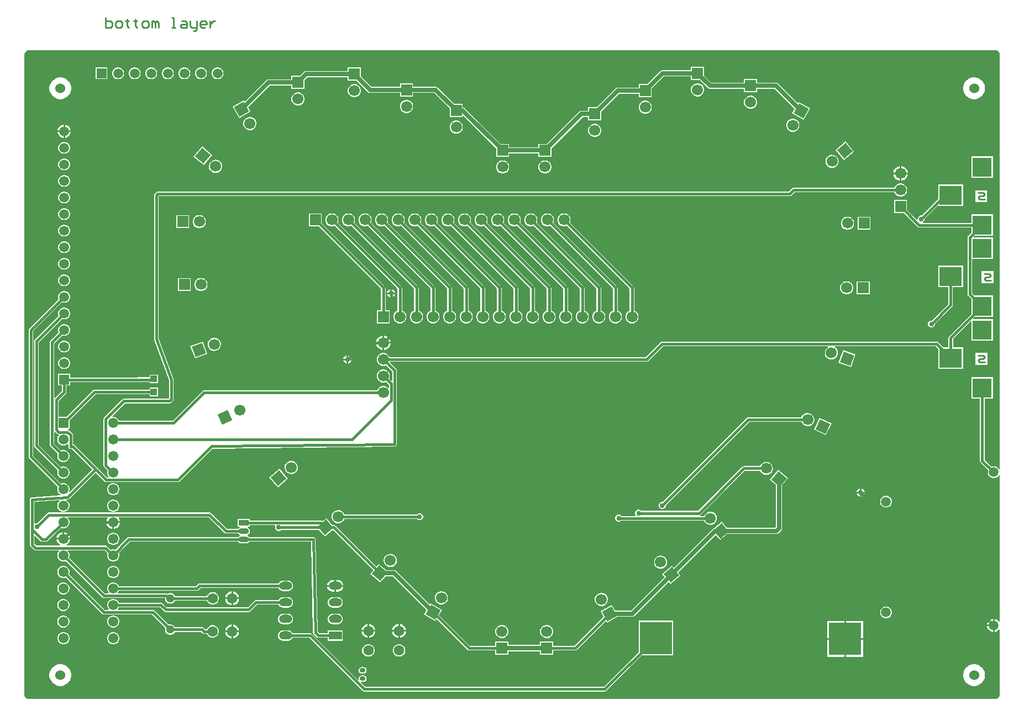
<source format=gbl>
G04*
G04 #@! TF.GenerationSoftware,Altium Limited,Altium Designer,21.2.1 (34)*
G04*
G04 Layer_Physical_Order=2*
G04 Layer_Color=16711680*
%FSLAX24Y24*%
%MOIN*%
G70*
G04*
G04 #@! TF.SameCoordinates,50E8038E-39F9-4302-AF09-D4DFFB075F86*
G04*
G04*
G04 #@! TF.FilePolarity,Positive*
G04*
G01*
G75*
%ADD10C,0.0100*%
%ADD17R,0.0394X0.0394*%
%ADD48C,0.0150*%
%ADD49C,0.0250*%
%ADD50R,0.0669X0.0669*%
%ADD51C,0.0669*%
%ADD52R,0.0591X0.0591*%
%ADD53C,0.0591*%
%ADD54O,0.0354X0.0276*%
%ADD55C,0.0630*%
%ADD56R,0.0669X0.0669*%
%ADD57P,0.0947X4X75.0*%
%ADD58P,0.0947X4X95.0*%
%ADD59P,0.0947X4X265.0*%
%ADD60R,0.0591X0.0591*%
%ADD61P,0.0947X4X185.0*%
%ADD62C,0.0610*%
%ADD63R,0.0610X0.0610*%
%ADD64R,0.0630X0.0354*%
%ADD65O,0.0630X0.0354*%
%ADD66C,0.0512*%
%ADD67R,0.0800X0.0500*%
%ADD68O,0.0800X0.0500*%
%ADD69P,0.0947X4X155.0*%
%ADD70P,0.0947X4X160.0*%
%ADD71P,0.0947X4X175.0*%
%ADD72P,0.0947X4X195.0*%
%ADD73P,0.0947X4X290.0*%
%ADD74P,0.0947X4X295.0*%
%ADD75C,0.0600*%
%ADD76C,0.0300*%
%ADD77R,0.1969X0.1969*%
%ADD78R,0.1181X0.1181*%
%ADD79R,0.1378X0.1181*%
G36*
X58694Y39250D02*
X58720Y39247D01*
X58793Y39217D01*
X58855Y39169D01*
X58903Y39106D01*
X58933Y39034D01*
X58943Y38956D01*
X58943Y38956D01*
X58943D01*
X58944Y38955D01*
X58944Y38937D01*
X58942Y38890D01*
X58942Y38890D01*
X58941Y38890D01*
X58942Y38890D01*
X58943Y36114D01*
X58935Y13940D01*
X58885Y13926D01*
X58855Y13979D01*
X58788Y14045D01*
X58707Y14092D01*
X58617Y14116D01*
X58524D01*
X58434Y14092D01*
X58018Y14508D01*
Y18203D01*
X58531D01*
Y19504D01*
X57229D01*
Y18203D01*
X57742D01*
Y14451D01*
X57753Y14398D01*
X57783Y14353D01*
X58239Y13897D01*
X58215Y13807D01*
Y13714D01*
X58239Y13623D01*
X58286Y13542D01*
X58352Y13476D01*
X58433Y13429D01*
X58524Y13405D01*
X58617D01*
X58707Y13429D01*
X58788Y13476D01*
X58855Y13542D01*
X58885Y13595D01*
X58935Y13581D01*
X58932Y4763D01*
X58931Y4763D01*
X58882Y4756D01*
X58813Y4825D01*
X58723Y4877D01*
X58622Y4904D01*
X58620D01*
Y4509D01*
Y4113D01*
X58622D01*
X58723Y4140D01*
X58813Y4192D01*
X58881Y4261D01*
X58931Y4253D01*
X58930Y353D01*
X58929Y352D01*
X58929Y352D01*
X58929Y348D01*
X58920Y277D01*
X58892Y211D01*
X58849Y154D01*
X58792Y110D01*
X58726Y83D01*
X58658Y74D01*
X58658Y74D01*
Y74D01*
X58657Y73D01*
X378Y71D01*
X377Y73D01*
Y73D01*
X377Y73D01*
X311Y81D01*
X243Y109D01*
X185Y154D01*
X141Y212D01*
X112Y280D01*
X108Y312D01*
X104Y360D01*
X104D01*
X102Y409D01*
X102Y38901D01*
X104Y38950D01*
D01*
X106Y38998D01*
X112Y39041D01*
X124Y39069D01*
X147Y39110D01*
X191Y39160D01*
X243Y39200D01*
X303Y39230D01*
X367Y39248D01*
X400Y39250D01*
X400Y39250D01*
X58694Y39250D01*
D02*
G37*
%LPC*%
G36*
X11797Y38205D02*
X11703D01*
X11613Y38181D01*
X11532Y38134D01*
X11466Y38068D01*
X11419Y37987D01*
X11395Y37897D01*
Y37803D01*
X11419Y37713D01*
X11466Y37632D01*
X11532Y37566D01*
X11613Y37519D01*
X11703Y37495D01*
X11797D01*
X11887Y37519D01*
X11968Y37566D01*
X12034Y37632D01*
X12081Y37713D01*
X12105Y37803D01*
Y37897D01*
X12081Y37987D01*
X12034Y38068D01*
X11968Y38134D01*
X11887Y38181D01*
X11797Y38205D01*
D02*
G37*
G36*
X10797D02*
X10703D01*
X10613Y38181D01*
X10532Y38134D01*
X10466Y38068D01*
X10419Y37987D01*
X10395Y37897D01*
Y37803D01*
X10419Y37713D01*
X10466Y37632D01*
X10532Y37566D01*
X10613Y37519D01*
X10703Y37495D01*
X10797D01*
X10887Y37519D01*
X10968Y37566D01*
X11034Y37632D01*
X11081Y37713D01*
X11105Y37803D01*
Y37897D01*
X11081Y37987D01*
X11034Y38068D01*
X10968Y38134D01*
X10887Y38181D01*
X10797Y38205D01*
D02*
G37*
G36*
X9797D02*
X9703D01*
X9613Y38181D01*
X9532Y38134D01*
X9466Y38068D01*
X9419Y37987D01*
X9395Y37897D01*
Y37803D01*
X9419Y37713D01*
X9466Y37632D01*
X9532Y37566D01*
X9613Y37519D01*
X9703Y37495D01*
X9797D01*
X9887Y37519D01*
X9968Y37566D01*
X10034Y37632D01*
X10081Y37713D01*
X10105Y37803D01*
Y37897D01*
X10081Y37987D01*
X10034Y38068D01*
X9968Y38134D01*
X9887Y38181D01*
X9797Y38205D01*
D02*
G37*
G36*
X8797D02*
X8703D01*
X8613Y38181D01*
X8532Y38134D01*
X8466Y38068D01*
X8419Y37987D01*
X8395Y37897D01*
Y37803D01*
X8419Y37713D01*
X8466Y37632D01*
X8532Y37566D01*
X8613Y37519D01*
X8703Y37495D01*
X8797D01*
X8887Y37519D01*
X8968Y37566D01*
X9034Y37632D01*
X9081Y37713D01*
X9105Y37803D01*
Y37897D01*
X9081Y37987D01*
X9034Y38068D01*
X8968Y38134D01*
X8887Y38181D01*
X8797Y38205D01*
D02*
G37*
G36*
X7797D02*
X7703D01*
X7613Y38181D01*
X7532Y38134D01*
X7466Y38068D01*
X7419Y37987D01*
X7395Y37897D01*
Y37803D01*
X7419Y37713D01*
X7466Y37632D01*
X7532Y37566D01*
X7613Y37519D01*
X7703Y37495D01*
X7797D01*
X7887Y37519D01*
X7968Y37566D01*
X8034Y37632D01*
X8081Y37713D01*
X8105Y37803D01*
Y37897D01*
X8081Y37987D01*
X8034Y38068D01*
X7968Y38134D01*
X7887Y38181D01*
X7797Y38205D01*
D02*
G37*
G36*
X6797D02*
X6703D01*
X6613Y38181D01*
X6532Y38134D01*
X6466Y38068D01*
X6419Y37987D01*
X6395Y37897D01*
Y37803D01*
X6419Y37713D01*
X6466Y37632D01*
X6532Y37566D01*
X6613Y37519D01*
X6703Y37495D01*
X6797D01*
X6887Y37519D01*
X6968Y37566D01*
X7034Y37632D01*
X7081Y37713D01*
X7105Y37803D01*
Y37897D01*
X7081Y37987D01*
X7034Y38068D01*
X6968Y38134D01*
X6887Y38181D01*
X6797Y38205D01*
D02*
G37*
G36*
X5797D02*
X5703D01*
X5613Y38181D01*
X5532Y38134D01*
X5466Y38068D01*
X5419Y37987D01*
X5395Y37897D01*
Y37803D01*
X5419Y37713D01*
X5466Y37632D01*
X5532Y37566D01*
X5613Y37519D01*
X5703Y37495D01*
X5797D01*
X5887Y37519D01*
X5968Y37566D01*
X6034Y37632D01*
X6081Y37713D01*
X6105Y37803D01*
Y37897D01*
X6081Y37987D01*
X6034Y38068D01*
X5968Y38134D01*
X5887Y38181D01*
X5797Y38205D01*
D02*
G37*
G36*
X5105D02*
X4395D01*
Y37495D01*
X5105D01*
Y38205D01*
D02*
G37*
G36*
X40752Y37245D02*
X40648D01*
X40548Y37218D01*
X40458Y37166D01*
X40384Y37092D01*
X40332Y37002D01*
X40305Y36902D01*
Y36798D01*
X40332Y36698D01*
X40384Y36608D01*
X40458Y36534D01*
X40548Y36482D01*
X40648Y36455D01*
X40752D01*
X40852Y36482D01*
X40942Y36534D01*
X41016Y36608D01*
X41068Y36698D01*
X41095Y36798D01*
Y36902D01*
X41068Y37002D01*
X41016Y37092D01*
X40942Y37166D01*
X40852Y37218D01*
X40752Y37245D01*
D02*
G37*
G36*
X20052Y37195D02*
X19948D01*
X19848Y37168D01*
X19758Y37116D01*
X19684Y37042D01*
X19632Y36952D01*
X19605Y36852D01*
Y36748D01*
X19632Y36648D01*
X19684Y36558D01*
X19758Y36484D01*
X19848Y36432D01*
X19948Y36405D01*
X20052D01*
X20152Y36432D01*
X20242Y36484D01*
X20316Y36558D01*
X20368Y36648D01*
X20395Y36748D01*
Y36852D01*
X20368Y36952D01*
X20316Y37042D01*
X20242Y37116D01*
X20152Y37168D01*
X20052Y37195D01*
D02*
G37*
G36*
X57451Y37600D02*
X57322D01*
X57196Y37575D01*
X57076Y37526D01*
X56969Y37454D01*
X56878Y37363D01*
X56806Y37256D01*
X56757Y37136D01*
X56732Y37010D01*
Y36881D01*
X56757Y36754D01*
X56806Y36635D01*
X56878Y36528D01*
X56969Y36437D01*
X57076Y36365D01*
X57196Y36315D01*
X57322Y36290D01*
X57451D01*
X57578Y36315D01*
X57697Y36365D01*
X57804Y36437D01*
X57895Y36528D01*
X57967Y36635D01*
X58016Y36754D01*
X58042Y36881D01*
Y37010D01*
X58016Y37136D01*
X57967Y37256D01*
X57895Y37363D01*
X57804Y37454D01*
X57697Y37526D01*
X57578Y37575D01*
X57451Y37600D01*
D02*
G37*
G36*
X2333D02*
X2204D01*
X2077Y37575D01*
X1958Y37526D01*
X1851Y37454D01*
X1760Y37363D01*
X1688Y37256D01*
X1639Y37136D01*
X1613Y37010D01*
Y36881D01*
X1639Y36754D01*
X1688Y36635D01*
X1760Y36528D01*
X1851Y36437D01*
X1958Y36365D01*
X2077Y36315D01*
X2204Y36290D01*
X2333D01*
X2460Y36315D01*
X2579Y36365D01*
X2686Y36437D01*
X2777Y36528D01*
X2849Y36635D01*
X2898Y36754D01*
X2923Y36881D01*
Y37010D01*
X2898Y37136D01*
X2849Y37256D01*
X2777Y37363D01*
X2686Y37454D01*
X2579Y37526D01*
X2460Y37575D01*
X2333Y37600D01*
D02*
G37*
G36*
X16652Y36695D02*
X16548D01*
X16448Y36668D01*
X16358Y36616D01*
X16284Y36542D01*
X16232Y36452D01*
X16205Y36352D01*
Y36248D01*
X16232Y36148D01*
X16284Y36058D01*
X16358Y35984D01*
X16448Y35932D01*
X16548Y35905D01*
X16652D01*
X16752Y35932D01*
X16842Y35984D01*
X16916Y36058D01*
X16968Y36148D01*
X16995Y36248D01*
Y36352D01*
X16968Y36452D01*
X16916Y36542D01*
X16842Y36616D01*
X16752Y36668D01*
X16652Y36695D01*
D02*
G37*
G36*
X43952Y36495D02*
X43848D01*
X43748Y36468D01*
X43658Y36416D01*
X43584Y36342D01*
X43532Y36252D01*
X43505Y36152D01*
Y36048D01*
X43532Y35948D01*
X43584Y35858D01*
X43658Y35784D01*
X43748Y35732D01*
X43848Y35705D01*
X43952D01*
X44052Y35732D01*
X44142Y35784D01*
X44216Y35858D01*
X44268Y35948D01*
X44295Y36048D01*
Y36152D01*
X44268Y36252D01*
X44216Y36342D01*
X44142Y36416D01*
X44052Y36468D01*
X43952Y36495D01*
D02*
G37*
G36*
X23202Y36245D02*
X23098D01*
X22998Y36218D01*
X22908Y36166D01*
X22834Y36092D01*
X22782Y36002D01*
X22755Y35902D01*
Y35798D01*
X22782Y35698D01*
X22834Y35608D01*
X22908Y35534D01*
X22998Y35482D01*
X23098Y35455D01*
X23202D01*
X23302Y35482D01*
X23392Y35534D01*
X23466Y35608D01*
X23518Y35698D01*
X23545Y35798D01*
Y35902D01*
X23518Y36002D01*
X23466Y36092D01*
X23392Y36166D01*
X23302Y36218D01*
X23202Y36245D01*
D02*
G37*
G36*
X37602Y36195D02*
X37498D01*
X37398Y36168D01*
X37308Y36116D01*
X37234Y36042D01*
X37182Y35952D01*
X37155Y35852D01*
Y35748D01*
X37182Y35648D01*
X37234Y35558D01*
X37308Y35484D01*
X37398Y35432D01*
X37498Y35405D01*
X37602D01*
X37702Y35432D01*
X37792Y35484D01*
X37866Y35558D01*
X37918Y35648D01*
X37945Y35748D01*
Y35852D01*
X37918Y35952D01*
X37866Y36042D01*
X37792Y36116D01*
X37702Y36168D01*
X37602Y36195D01*
D02*
G37*
G36*
X13752Y35212D02*
X13648D01*
X13548Y35185D01*
X13458Y35133D01*
X13384Y35059D01*
X13332Y34969D01*
X13305Y34869D01*
Y34765D01*
X13332Y34665D01*
X13384Y34575D01*
X13458Y34501D01*
X13548Y34449D01*
X13648Y34422D01*
X13752D01*
X13852Y34449D01*
X13942Y34501D01*
X14016Y34575D01*
X14068Y34665D01*
X14095Y34765D01*
Y34869D01*
X14068Y34969D01*
X14016Y35059D01*
X13942Y35133D01*
X13852Y35185D01*
X13752Y35212D01*
D02*
G37*
G36*
X2552Y34745D02*
X2550D01*
Y34400D01*
X2895D01*
Y34402D01*
X2868Y34503D01*
X2816Y34593D01*
X2743Y34666D01*
X2653Y34718D01*
X2552Y34745D01*
D02*
G37*
G36*
X2450D02*
X2448D01*
X2347Y34718D01*
X2257Y34666D01*
X2184Y34593D01*
X2132Y34503D01*
X2105Y34402D01*
Y34400D01*
X2450D01*
Y34745D01*
D02*
G37*
G36*
X46502Y35112D02*
X46398D01*
X46298Y35085D01*
X46208Y35033D01*
X46134Y34959D01*
X46082Y34869D01*
X46055Y34769D01*
Y34665D01*
X46082Y34565D01*
X46134Y34475D01*
X46208Y34401D01*
X46298Y34349D01*
X46398Y34322D01*
X46502D01*
X46602Y34349D01*
X46692Y34401D01*
X46766Y34475D01*
X46818Y34565D01*
X46845Y34665D01*
Y34769D01*
X46818Y34869D01*
X46766Y34959D01*
X46692Y35033D01*
X46602Y35085D01*
X46502Y35112D01*
D02*
G37*
G36*
X26202Y34995D02*
X26098D01*
X25998Y34968D01*
X25908Y34916D01*
X25834Y34842D01*
X25782Y34752D01*
X25755Y34652D01*
Y34548D01*
X25782Y34448D01*
X25834Y34358D01*
X25908Y34284D01*
X25998Y34232D01*
X26098Y34205D01*
X26202D01*
X26302Y34232D01*
X26392Y34284D01*
X26466Y34358D01*
X26518Y34448D01*
X26545Y34548D01*
Y34652D01*
X26518Y34752D01*
X26466Y34842D01*
X26392Y34916D01*
X26302Y34968D01*
X26202Y34995D01*
D02*
G37*
G36*
X34552Y34795D02*
X34448D01*
X34348Y34768D01*
X34258Y34716D01*
X34184Y34642D01*
X34132Y34552D01*
X34105Y34452D01*
Y34348D01*
X34132Y34248D01*
X34184Y34158D01*
X34258Y34084D01*
X34348Y34032D01*
X34448Y34005D01*
X34552D01*
X34652Y34032D01*
X34742Y34084D01*
X34816Y34158D01*
X34868Y34248D01*
X34895Y34348D01*
Y34452D01*
X34868Y34552D01*
X34816Y34642D01*
X34742Y34716D01*
X34652Y34768D01*
X34552Y34795D01*
D02*
G37*
G36*
X2895Y34300D02*
X2550D01*
Y33955D01*
X2552D01*
X2653Y33982D01*
X2743Y34034D01*
X2816Y34107D01*
X2868Y34197D01*
X2895Y34298D01*
Y34300D01*
D02*
G37*
G36*
X2450D02*
X2105D01*
Y34298D01*
X2132Y34197D01*
X2184Y34107D01*
X2257Y34034D01*
X2347Y33982D01*
X2448Y33955D01*
X2450D01*
Y34300D01*
D02*
G37*
G36*
X41095Y38245D02*
X40305D01*
Y38039D01*
X38600D01*
X38528Y38024D01*
X38467Y37983D01*
X37678Y37195D01*
X37155D01*
Y36989D01*
X35900D01*
X35828Y36974D01*
X35767Y36933D01*
X34628Y35795D01*
X34105D01*
Y35589D01*
X33706D01*
X33634Y35574D01*
X33573Y35533D01*
X31628Y33588D01*
X31105D01*
Y33382D01*
X29345D01*
Y33588D01*
X28822D01*
X26677Y35733D01*
X26616Y35774D01*
X26545Y35788D01*
Y35995D01*
X26022D01*
X25033Y36983D01*
X24972Y37024D01*
X24900Y37039D01*
X23545D01*
Y37245D01*
X22755D01*
Y37039D01*
X21028D01*
X20395Y37672D01*
Y38195D01*
X19605D01*
Y37989D01*
X17100D01*
X17028Y37974D01*
X16967Y37933D01*
X16728Y37695D01*
X16205D01*
Y37489D01*
X14817D01*
X14745Y37474D01*
X14684Y37433D01*
X13420Y36170D01*
X13371Y36177D01*
X13344Y36222D01*
X12661Y35827D01*
X13056Y35144D01*
X13739Y35539D01*
X13587Y35803D01*
X14895Y37111D01*
X16205D01*
Y36905D01*
X16995D01*
Y37428D01*
X17178Y37611D01*
X19605D01*
Y37405D01*
X20128D01*
X20817Y36717D01*
X20878Y36676D01*
X20950Y36661D01*
X22755D01*
Y36455D01*
X23545D01*
Y36661D01*
X24822D01*
X25755Y35728D01*
Y35205D01*
X26545D01*
Y35267D01*
X26591Y35286D01*
X28555Y33322D01*
Y32799D01*
X29345D01*
Y33005D01*
X31105D01*
Y32799D01*
X31895D01*
Y33322D01*
X33784Y35211D01*
X34105D01*
Y35005D01*
X34895D01*
Y35528D01*
X35978Y36611D01*
X37155D01*
Y36405D01*
X37945D01*
Y36928D01*
X38678Y37661D01*
X40305D01*
Y37455D01*
X40828D01*
X41317Y36967D01*
X41378Y36926D01*
X41450Y36911D01*
X43505D01*
Y36705D01*
X44295D01*
Y36911D01*
X45355D01*
X46563Y35703D01*
X46411Y35439D01*
X47094Y35044D01*
X47489Y35727D01*
X46806Y36122D01*
X46779Y36077D01*
X46730Y36070D01*
X45566Y37233D01*
X45505Y37274D01*
X45433Y37289D01*
X44295D01*
Y37495D01*
X43505D01*
Y37289D01*
X41528D01*
X41095Y37722D01*
Y38245D01*
D02*
G37*
G36*
X2547Y33705D02*
X2453D01*
X2363Y33681D01*
X2282Y33634D01*
X2216Y33568D01*
X2169Y33487D01*
X2145Y33397D01*
Y33303D01*
X2169Y33213D01*
X2216Y33132D01*
X2282Y33066D01*
X2363Y33019D01*
X2453Y32995D01*
X2547D01*
X2637Y33019D01*
X2718Y33066D01*
X2784Y33132D01*
X2831Y33213D01*
X2855Y33303D01*
Y33397D01*
X2831Y33487D01*
X2784Y33568D01*
X2718Y33634D01*
X2637Y33681D01*
X2547Y33705D01*
D02*
G37*
G36*
X49632Y33727D02*
X49027Y33220D01*
X49534Y32615D01*
X50139Y33123D01*
X49632Y33727D01*
D02*
G37*
G36*
X10818Y33427D02*
X10311Y32823D01*
X10916Y32315D01*
X11423Y32920D01*
X10818Y33427D01*
D02*
G37*
G36*
X48800Y32926D02*
X48697Y32908D01*
X48603Y32864D01*
X48524Y32798D01*
X48464Y32712D01*
X48428Y32615D01*
X48419Y32511D01*
X48437Y32409D01*
X48481Y32315D01*
X48548Y32235D01*
X48633Y32176D01*
X48731Y32140D01*
X48834Y32131D01*
X48937Y32149D01*
X49031Y32193D01*
X49110Y32260D01*
X49170Y32345D01*
X49206Y32442D01*
X49215Y32546D01*
X49197Y32648D01*
X49153Y32742D01*
X49086Y32822D01*
X49001Y32882D01*
X48903Y32917D01*
X48800Y32926D01*
D02*
G37*
G36*
X2547Y32705D02*
X2453D01*
X2363Y32681D01*
X2282Y32634D01*
X2216Y32568D01*
X2169Y32487D01*
X2145Y32397D01*
Y32303D01*
X2169Y32213D01*
X2216Y32132D01*
X2282Y32066D01*
X2363Y32019D01*
X2453Y31995D01*
X2547D01*
X2637Y32019D01*
X2718Y32066D01*
X2784Y32132D01*
X2831Y32213D01*
X2855Y32303D01*
Y32397D01*
X2831Y32487D01*
X2784Y32568D01*
X2718Y32634D01*
X2637Y32681D01*
X2547Y32705D01*
D02*
G37*
G36*
X53007Y32235D02*
X53000D01*
Y31850D01*
X53385D01*
Y31857D01*
X53355Y31968D01*
X53298Y32067D01*
X53217Y32148D01*
X53118Y32205D01*
X53007Y32235D01*
D02*
G37*
G36*
X52900D02*
X52893D01*
X52782Y32205D01*
X52683Y32148D01*
X52602Y32067D01*
X52545Y31968D01*
X52515Y31857D01*
Y31850D01*
X52900D01*
Y32235D01*
D02*
G37*
G36*
X11650Y32626D02*
X11547Y32617D01*
X11449Y32582D01*
X11364Y32522D01*
X11297Y32442D01*
X11253Y32348D01*
X11235Y32246D01*
X11244Y32142D01*
X11280Y32045D01*
X11340Y31960D01*
X11419Y31893D01*
X11513Y31849D01*
X11616Y31831D01*
X11719Y31840D01*
X11817Y31876D01*
X11902Y31935D01*
X11969Y32015D01*
X12013Y32109D01*
X12031Y32211D01*
X12022Y32315D01*
X11986Y32412D01*
X11926Y32498D01*
X11847Y32564D01*
X11753Y32608D01*
X11650Y32626D01*
D02*
G37*
G36*
X31552Y32588D02*
X31448D01*
X31348Y32561D01*
X31258Y32509D01*
X31184Y32436D01*
X31132Y32346D01*
X31105Y32246D01*
Y32142D01*
X31132Y32041D01*
X31184Y31951D01*
X31258Y31878D01*
X31348Y31826D01*
X31448Y31799D01*
X31552D01*
X31652Y31826D01*
X31742Y31878D01*
X31816Y31951D01*
X31868Y32041D01*
X31895Y32142D01*
Y32246D01*
X31868Y32346D01*
X31816Y32436D01*
X31742Y32509D01*
X31652Y32561D01*
X31552Y32588D01*
D02*
G37*
G36*
X29002D02*
X28898D01*
X28798Y32561D01*
X28708Y32509D01*
X28634Y32436D01*
X28582Y32346D01*
X28555Y32246D01*
Y32142D01*
X28582Y32041D01*
X28634Y31951D01*
X28708Y31878D01*
X28798Y31826D01*
X28898Y31799D01*
X29002D01*
X29102Y31826D01*
X29192Y31878D01*
X29266Y31951D01*
X29318Y32041D01*
X29345Y32142D01*
Y32246D01*
X29318Y32346D01*
X29266Y32436D01*
X29192Y32509D01*
X29102Y32561D01*
X29002Y32588D01*
D02*
G37*
G36*
X58521Y32832D02*
X57219D01*
Y31531D01*
X58521D01*
Y32832D01*
D02*
G37*
G36*
X53385Y31750D02*
X53000D01*
Y31365D01*
X53007D01*
X53118Y31395D01*
X53217Y31452D01*
X53298Y31533D01*
X53355Y31632D01*
X53385Y31743D01*
Y31750D01*
D02*
G37*
G36*
X52900D02*
X52515D01*
Y31743D01*
X52545Y31632D01*
X52602Y31533D01*
X52683Y31452D01*
X52782Y31395D01*
X52893Y31365D01*
X52900D01*
Y31750D01*
D02*
G37*
G36*
X2547Y31705D02*
X2453D01*
X2363Y31681D01*
X2282Y31634D01*
X2216Y31568D01*
X2169Y31487D01*
X2145Y31397D01*
Y31303D01*
X2169Y31213D01*
X2216Y31132D01*
X2282Y31066D01*
X2363Y31019D01*
X2453Y30995D01*
X2547D01*
X2637Y31019D01*
X2718Y31066D01*
X2784Y31132D01*
X2831Y31213D01*
X2855Y31303D01*
Y31397D01*
X2831Y31487D01*
X2784Y31568D01*
X2718Y31634D01*
X2637Y31681D01*
X2547Y31705D01*
D02*
G37*
G36*
X58180Y30791D02*
X57460D01*
Y30071D01*
X58180D01*
Y30791D01*
D02*
G37*
G36*
X2547Y30705D02*
X2453D01*
X2363Y30681D01*
X2282Y30634D01*
X2216Y30568D01*
X2169Y30487D01*
X2145Y30397D01*
Y30303D01*
X2169Y30213D01*
X2216Y30132D01*
X2282Y30066D01*
X2363Y30019D01*
X2453Y29995D01*
X2547D01*
X2637Y30019D01*
X2718Y30066D01*
X2784Y30132D01*
X2831Y30213D01*
X2855Y30303D01*
Y30397D01*
X2831Y30487D01*
X2784Y30568D01*
X2718Y30634D01*
X2637Y30681D01*
X2547Y30705D01*
D02*
G37*
G36*
X53002Y31195D02*
X52898D01*
X52798Y31168D01*
X52708Y31116D01*
X52634Y31042D01*
X52582Y30952D01*
X52578Y30938D01*
X46500D01*
X46447Y30927D01*
X46403Y30897D01*
X46211Y30705D01*
X8146D01*
X8093Y30695D01*
X8048Y30665D01*
X7960Y30577D01*
X7931Y30533D01*
X7920Y30480D01*
Y21852D01*
X7922Y21840D01*
X7922Y21828D01*
X7931Y21777D01*
X7936Y21765D01*
X7937Y21754D01*
X8830Y19302D01*
Y18203D01*
X8822Y18196D01*
X6106D01*
X6106Y18196D01*
X6054Y18185D01*
X6009Y18156D01*
X6009Y18156D01*
X4913Y17059D01*
X4883Y17015D01*
X4872Y16962D01*
Y14189D01*
X4883Y14137D01*
X4913Y14092D01*
X5119Y13886D01*
X5117Y13883D01*
X5092Y13790D01*
Y13694D01*
X5117Y13601D01*
X5165Y13518D01*
X5196Y13488D01*
X5175Y13438D01*
X5077D01*
X4482Y14032D01*
X4482Y14032D01*
X3117Y15397D01*
X3073Y15427D01*
X3028Y15436D01*
Y16000D01*
X3028Y16000D01*
X3017Y16053D01*
X2987Y16097D01*
X2987Y16097D01*
X2797Y16287D01*
X2753Y16317D01*
X2716Y16324D01*
X2721Y16374D01*
X2826D01*
Y16910D01*
X4386Y18469D01*
X4386Y18469D01*
X4389Y18473D01*
X7655D01*
Y18354D01*
X8169D01*
Y18867D01*
X7655D01*
Y18748D01*
X4332D01*
X4332Y18748D01*
X4280Y18738D01*
X4235Y18708D01*
X4235Y18708D01*
X4191Y18664D01*
X4191Y18664D01*
X2632Y17104D01*
X2158D01*
Y18073D01*
X2597Y18513D01*
X2597Y18513D01*
X2627Y18557D01*
X2638Y18610D01*
X2638Y18610D01*
Y18995D01*
X2855D01*
Y19212D01*
X6930D01*
X6950Y19216D01*
X7655D01*
Y19141D01*
X8169D01*
Y19655D01*
X7655D01*
Y19492D01*
X6934D01*
X6934Y19492D01*
X6914Y19488D01*
X2855D01*
Y19705D01*
X2145D01*
Y18995D01*
X2362D01*
Y18667D01*
X1946Y18250D01*
X1896Y18271D01*
Y21551D01*
X2363Y22019D01*
X2453Y21995D01*
X2547D01*
X2637Y22019D01*
X2718Y22066D01*
X2784Y22132D01*
X2831Y22213D01*
X2855Y22303D01*
Y22397D01*
X2831Y22487D01*
X2784Y22568D01*
X2718Y22634D01*
X2637Y22681D01*
X2547Y22705D01*
X2453D01*
X2363Y22681D01*
X2282Y22634D01*
X2216Y22568D01*
X2169Y22487D01*
X2145Y22397D01*
Y22303D01*
X2169Y22213D01*
X1661Y21705D01*
X1631Y21661D01*
X1620Y21608D01*
Y15433D01*
X1631Y15381D01*
X1661Y15336D01*
X2112Y14885D01*
X2110Y14882D01*
X2085Y14789D01*
Y14693D01*
X2110Y14600D01*
X2158Y14517D01*
X2226Y14449D01*
X2309Y14401D01*
X2402Y14376D01*
X2498D01*
X2591Y14401D01*
X2674Y14449D01*
X2742Y14517D01*
X2790Y14600D01*
X2815Y14693D01*
Y14789D01*
X2790Y14882D01*
X2742Y14965D01*
X2674Y15033D01*
X2591Y15081D01*
X2498Y15106D01*
X2402D01*
X2309Y15081D01*
X2306Y15080D01*
X1896Y15490D01*
Y16184D01*
X1946Y16205D01*
X2058Y16093D01*
X2102Y16063D01*
X2155Y16052D01*
X2155Y16052D01*
X2175D01*
X2196Y16002D01*
X2158Y15964D01*
X2110Y15881D01*
X2085Y15788D01*
Y15692D01*
X2110Y15599D01*
X2158Y15516D01*
X2226Y15448D01*
X2309Y15400D01*
X2402Y15375D01*
X2498D01*
X2591Y15400D01*
X2674Y15448D01*
X2702Y15477D01*
X2752Y15456D01*
Y15300D01*
X2763Y15247D01*
X2793Y15203D01*
X2837Y15173D01*
X2890Y15162D01*
X2963D01*
X4190Y13935D01*
X2844Y12588D01*
X2794Y12603D01*
X2791Y12607D01*
X2815Y12695D01*
Y12791D01*
X2790Y12884D01*
X2742Y12967D01*
X2674Y13035D01*
X2591Y13083D01*
X2498Y13108D01*
X2402D01*
X2309Y13083D01*
X2306Y13082D01*
X638Y14750D01*
Y22293D01*
X2363Y24019D01*
X2453Y23995D01*
X2547D01*
X2637Y24019D01*
X2718Y24066D01*
X2784Y24132D01*
X2831Y24213D01*
X2855Y24303D01*
Y24397D01*
X2831Y24487D01*
X2784Y24568D01*
X2718Y24634D01*
X2637Y24681D01*
X2547Y24705D01*
X2453D01*
X2363Y24681D01*
X2282Y24634D01*
X2216Y24568D01*
X2169Y24487D01*
X2145Y24397D01*
Y24303D01*
X2169Y24213D01*
X403Y22447D01*
X373Y22403D01*
X362Y22350D01*
Y14693D01*
X373Y14641D01*
X403Y14596D01*
X2112Y12887D01*
X2110Y12884D01*
X2085Y12791D01*
Y12695D01*
X2110Y12602D01*
X2158Y12519D01*
X2226Y12451D01*
X2295Y12412D01*
X2283Y12361D01*
X551Y12247D01*
X529Y12242D01*
X507Y12237D01*
X504Y12235D01*
X499Y12233D01*
X481Y12220D01*
X463Y12207D01*
X460Y12204D01*
X457Y12201D01*
X445Y12181D01*
X433Y12163D01*
X432Y12158D01*
X430Y12154D01*
X427Y12132D01*
X422Y12110D01*
Y10295D01*
Y9390D01*
X433Y9337D01*
X463Y9293D01*
X663Y9093D01*
X707Y9063D01*
X760Y9052D01*
X760Y9052D01*
X2168D01*
X2189Y9002D01*
X2158Y8971D01*
X2110Y8888D01*
X2085Y8795D01*
Y8699D01*
X2110Y8606D01*
X2158Y8523D01*
X2226Y8455D01*
X2309Y8407D01*
X2402Y8382D01*
X2498D01*
X2591Y8407D01*
X2594Y8409D01*
X4791Y6212D01*
X4835Y6182D01*
X4888Y6171D01*
X4888Y6171D01*
X8584D01*
Y6108D01*
X8606Y6028D01*
X8647Y5956D01*
X8706Y5897D01*
X8778Y5856D01*
X8858Y5834D01*
X8942D01*
X9022Y5856D01*
X9094Y5897D01*
X9153Y5956D01*
X9185Y6012D01*
X10871D01*
X10895Y6008D01*
X11100D01*
X11102Y6000D01*
X11151Y5915D01*
X11221Y5845D01*
X11306Y5796D01*
X11402Y5770D01*
X11500D01*
X11596Y5796D01*
X11681Y5845D01*
X11751Y5915D01*
X11800Y6000D01*
X11826Y6096D01*
Y6195D01*
X11800Y6290D01*
X11751Y6375D01*
X11681Y6445D01*
X11596Y6495D01*
X11500Y6520D01*
X11402D01*
X11306Y6495D01*
X11221Y6445D01*
X11151Y6375D01*
X11102Y6290D01*
X11100Y6283D01*
X10914D01*
X10890Y6288D01*
X9185D01*
X9153Y6344D01*
X9094Y6403D01*
X9022Y6444D01*
X8942Y6466D01*
X8858D01*
X8778Y6444D01*
X8727Y6415D01*
X8696Y6436D01*
X8643Y6447D01*
X5742D01*
X5721Y6497D01*
X5749Y6525D01*
X5797Y6608D01*
X5798Y6611D01*
X10509D01*
X10562Y6622D01*
X10606Y6652D01*
X10717Y6762D01*
X15421D01*
X15429Y6744D01*
X15479Y6679D01*
X15544Y6629D01*
X15619Y6598D01*
X15700Y6587D01*
X16000D01*
X16081Y6598D01*
X16156Y6629D01*
X16221Y6679D01*
X16271Y6744D01*
X16302Y6819D01*
X16313Y6900D01*
X16302Y6981D01*
X16271Y7056D01*
X16221Y7121D01*
X16156Y7171D01*
X16081Y7202D01*
X16000Y7213D01*
X15700D01*
X15619Y7202D01*
X15544Y7171D01*
X15479Y7121D01*
X15429Y7056D01*
X15421Y7038D01*
X10660D01*
X10660Y7038D01*
X10607Y7027D01*
X10563Y6997D01*
X10563Y6997D01*
X10452Y6887D01*
X5798D01*
X5797Y6890D01*
X5749Y6973D01*
X5681Y7041D01*
X5598Y7089D01*
X5505Y7114D01*
X5409D01*
X5316Y7089D01*
X5233Y7041D01*
X5165Y6973D01*
X5117Y6890D01*
X5092Y6797D01*
Y6701D01*
X5117Y6608D01*
X5165Y6525D01*
X5193Y6497D01*
X5173Y6447D01*
X4945D01*
X2788Y8603D01*
X2790Y8606D01*
X2815Y8699D01*
Y8795D01*
X2790Y8888D01*
X2742Y8971D01*
X2711Y9002D01*
X2732Y9052D01*
X4957D01*
X5119Y8891D01*
X5117Y8888D01*
X5092Y8795D01*
Y8699D01*
X5117Y8606D01*
X5165Y8523D01*
X5233Y8455D01*
X5316Y8407D01*
X5409Y8382D01*
X5505D01*
X5598Y8407D01*
X5681Y8455D01*
X5749Y8523D01*
X5797Y8606D01*
X5822Y8699D01*
Y8795D01*
X5797Y8888D01*
X5796Y8891D01*
X6467Y9562D01*
X12999D01*
X13021Y9529D01*
X13100Y9477D01*
X13192Y9458D01*
X13468D01*
X13560Y9477D01*
X13639Y9529D01*
X13661Y9562D01*
X17390D01*
X17512Y4072D01*
X17518Y4047D01*
X17523Y4022D01*
X17524Y4021D01*
X17524Y4020D01*
X17539Y3999D01*
X17553Y3978D01*
X17728Y3803D01*
X17728Y3803D01*
X17772Y3773D01*
X17825Y3762D01*
X18390D01*
Y3590D01*
X19310D01*
Y4210D01*
X18390D01*
Y4038D01*
X17882D01*
X17786Y4133D01*
X17663Y9703D01*
X17657Y9728D01*
X17652Y9753D01*
X17651Y9754D01*
X17651Y9755D01*
X17636Y9776D01*
X17622Y9797D01*
X17621Y9798D01*
X17620Y9799D01*
X17599Y9813D01*
X17578Y9827D01*
X17576Y9827D01*
X17575Y9828D01*
X17550Y9833D01*
X17525Y9838D01*
X13661D01*
X13639Y9871D01*
X13560Y9923D01*
X13555Y9925D01*
Y9975D01*
X13560Y9977D01*
X13639Y10029D01*
X13691Y10107D01*
X13710Y10200D01*
X13691Y10293D01*
X13639Y10371D01*
X13576Y10413D01*
X13591Y10463D01*
X13705D01*
Y10562D01*
X15208D01*
X15241Y10512D01*
X15224Y10470D01*
Y10387D01*
X15256Y10310D01*
X15315Y10251D01*
X15392Y10219D01*
X15476D01*
X15553Y10251D01*
X15593Y10291D01*
X17867D01*
X18218Y9873D01*
X18713Y10288D01*
X21160Y7841D01*
X20973Y7618D01*
X21577Y7111D01*
X21886Y7478D01*
X22316D01*
X24363Y5430D01*
X24211Y5166D01*
X24894Y4772D01*
X24947Y4863D01*
X24997Y4869D01*
X26820Y3046D01*
X26820Y3046D01*
X26864Y3017D01*
X26917Y3006D01*
X26917Y3006D01*
X28505D01*
Y2749D01*
X29295D01*
Y2955D01*
X31205D01*
Y2749D01*
X31995D01*
Y3006D01*
X33327D01*
X33379Y3017D01*
X33424Y3046D01*
X35153Y4776D01*
X35203Y4769D01*
X35256Y4678D01*
X35863Y5028D01*
X36771D01*
X36844Y5043D01*
X36905Y5084D01*
X38937Y7116D01*
X38987Y7113D01*
X39073Y7011D01*
X39677Y7518D01*
X39523Y7702D01*
X41777Y9956D01*
X41827Y9954D01*
X42073Y9661D01*
X42511Y10028D01*
X45450D01*
X45522Y10043D01*
X45583Y10084D01*
X45749Y10250D01*
X45790Y10311D01*
X45805Y10383D01*
Y12962D01*
X46172Y13400D01*
X45567Y13907D01*
X45060Y13302D01*
X45427Y12994D01*
Y10461D01*
X45372Y10406D01*
X42478D01*
X42170Y10773D01*
X41720Y10395D01*
X41699Y10391D01*
X41638Y10350D01*
X39306Y8018D01*
X39256Y8020D01*
X39170Y8123D01*
X38565Y7616D01*
X38720Y7432D01*
X36693Y5406D01*
X35747D01*
X35544Y5756D01*
X34861Y5361D01*
X35040Y5051D01*
X33270Y3281D01*
X31995D01*
Y3538D01*
X31205D01*
Y3332D01*
X29295D01*
Y3538D01*
X28505D01*
Y3281D01*
X26974D01*
X25110Y5145D01*
X25289Y5455D01*
X24606Y5850D01*
X24579Y5804D01*
X24530Y5798D01*
X22527Y7800D01*
X22466Y7841D01*
X22394Y7856D01*
X21918D01*
X21480Y8223D01*
X21361Y8081D01*
X21311Y8079D01*
X18864Y10526D01*
X18820Y10556D01*
X18767Y10566D01*
X18667D01*
X18316Y10985D01*
X18093Y10797D01*
X18048Y10827D01*
X17996Y10838D01*
X13705D01*
Y10937D01*
X12955D01*
Y10463D01*
X13069D01*
X13084Y10413D01*
X13021Y10371D01*
X12999Y10338D01*
X12317D01*
X11367Y11287D01*
X11323Y11317D01*
X11270Y11328D01*
X1560D01*
X1560Y11328D01*
X1507Y11317D01*
X1463Y11287D01*
X1463Y11287D01*
X865Y10690D01*
X808D01*
X748Y10665D01*
X698Y10690D01*
Y11981D01*
X2201Y12079D01*
X2216Y12054D01*
X2220Y12031D01*
X2158Y11968D01*
X2110Y11885D01*
X2085Y11792D01*
Y11696D01*
X2110Y11603D01*
X2158Y11520D01*
X2226Y11452D01*
X2309Y11404D01*
X2402Y11379D01*
X2498D01*
X2591Y11404D01*
X2674Y11452D01*
X2742Y11520D01*
X2790Y11603D01*
X2815Y11696D01*
Y11792D01*
X2790Y11885D01*
X2742Y11968D01*
X2674Y12036D01*
X2637Y12058D01*
X2649Y12109D01*
X2709Y12113D01*
X2731Y12118D01*
X2753Y12123D01*
X2756Y12125D01*
X2761Y12127D01*
X2779Y12140D01*
X2797Y12153D01*
X4385Y13740D01*
X4923Y13203D01*
X4923Y13203D01*
X4967Y13173D01*
X5020Y13162D01*
X5020Y13162D01*
X9380D01*
X9433Y13173D01*
X9477Y13203D01*
X11463Y15188D01*
X22432Y15312D01*
X22457Y15318D01*
X22483Y15323D01*
X22483Y15323D01*
X22484Y15323D01*
X22506Y15338D01*
X22527Y15353D01*
X22528Y15353D01*
X22528Y15354D01*
X22543Y15376D01*
X22557Y15397D01*
X22557Y15398D01*
X22558Y15399D01*
X22563Y15424D01*
X22568Y15450D01*
Y19895D01*
X22557Y19948D01*
X22527Y19993D01*
X22132Y20388D01*
X22153Y20438D01*
X37635D01*
X37688Y20448D01*
X37733Y20478D01*
X38616Y21361D01*
X48578D01*
X48589Y21311D01*
X48566Y21300D01*
X48487Y21234D01*
X48427Y21149D01*
X48392Y21051D01*
X48382Y20947D01*
X48401Y20845D01*
X48444Y20751D01*
X48511Y20671D01*
X48596Y20612D01*
X48694Y20576D01*
X48798Y20567D01*
X48900Y20585D01*
X48994Y20629D01*
X49074Y20696D01*
X49133Y20781D01*
X49169Y20879D01*
X49178Y20982D01*
X49160Y21084D01*
X49116Y21179D01*
X49049Y21258D01*
X48974Y21311D01*
X48980Y21352D01*
X48985Y21361D01*
X55078D01*
X55231Y21208D01*
Y20003D01*
X56729D01*
Y21304D01*
X56118D01*
Y21831D01*
X57183Y22897D01*
X57229Y22877D01*
Y21703D01*
X58531D01*
Y23004D01*
X57356D01*
X57337Y23050D01*
X57414Y23127D01*
X58521D01*
Y24429D01*
X57414D01*
X57278Y24565D01*
Y26627D01*
X58521D01*
Y27929D01*
X57377D01*
X57358Y27975D01*
X57414Y28031D01*
X58521D01*
Y29332D01*
X57219D01*
Y28819D01*
X54321D01*
X54311Y28869D01*
X54319Y28872D01*
X54378Y28931D01*
X54410Y29008D01*
Y29065D01*
X55189Y29844D01*
X55221Y29831D01*
Y29831D01*
X56719D01*
Y31132D01*
X55221D01*
Y30266D01*
X54215Y29260D01*
X54158D01*
X54081Y29228D01*
X54022Y29169D01*
X53990Y29092D01*
Y29025D01*
X53943Y29002D01*
X53345Y29600D01*
Y30195D01*
X52555D01*
Y29405D01*
X53150D01*
X53972Y28584D01*
X53972Y28584D01*
X54016Y28554D01*
X54069Y28543D01*
X54069Y28543D01*
X57219D01*
Y28225D01*
X57043Y28048D01*
X57013Y28004D01*
X57002Y27951D01*
Y24508D01*
X57013Y24455D01*
X57043Y24411D01*
X57219Y24234D01*
Y23322D01*
X55883Y21985D01*
X55853Y21941D01*
X55842Y21888D01*
Y21304D01*
X55524D01*
X55232Y21596D01*
X55187Y21626D01*
X55135Y21636D01*
X38559D01*
X38559Y21636D01*
X38506Y21626D01*
X38461Y21596D01*
X37578Y20713D01*
X22122D01*
X22118Y20728D01*
X22066Y20818D01*
X21992Y20891D01*
X21902Y20943D01*
X21802Y20970D01*
X21698D01*
X21598Y20943D01*
X21508Y20891D01*
X21434Y20818D01*
X21382Y20728D01*
X21355Y20627D01*
Y20523D01*
X21382Y20423D01*
X21434Y20333D01*
X21508Y20259D01*
X21598Y20207D01*
X21698Y20181D01*
X21802D01*
X21902Y20207D01*
X21915Y20215D01*
X22292Y19838D01*
Y19293D01*
X22246Y19274D01*
X22110Y19410D01*
X22118Y19423D01*
X22145Y19523D01*
Y19627D01*
X22118Y19728D01*
X22066Y19818D01*
X21992Y19891D01*
X21902Y19943D01*
X21802Y19970D01*
X21698D01*
X21598Y19943D01*
X21508Y19891D01*
X21434Y19818D01*
X21382Y19728D01*
X21355Y19627D01*
Y19523D01*
X21382Y19423D01*
X21434Y19333D01*
X21508Y19259D01*
X21598Y19207D01*
X21698Y19181D01*
X21802D01*
X21902Y19207D01*
X21915Y19215D01*
X22082Y19048D01*
Y18872D01*
X22032Y18851D01*
X21992Y18891D01*
X21902Y18943D01*
X21802Y18970D01*
X21698D01*
X21598Y18943D01*
X21508Y18891D01*
X21434Y18818D01*
X21382Y18728D01*
X21378Y18713D01*
X10946D01*
X10893Y18702D01*
X10848Y18673D01*
X9053Y16877D01*
X5794D01*
X5793Y16880D01*
X5745Y16964D01*
X5677Y17031D01*
X5594Y17080D01*
X5501Y17104D01*
X5418D01*
X5391Y17149D01*
X6163Y17921D01*
X8880D01*
X8932Y17931D01*
X8977Y17961D01*
X9065Y18049D01*
X9095Y18093D01*
X9105Y18146D01*
Y19326D01*
X9100Y19350D01*
X9097Y19373D01*
X8200Y21836D01*
X8195Y21864D01*
Y30423D01*
X8203Y30430D01*
X46268D01*
X46320Y30441D01*
X46365Y30470D01*
X46557Y30662D01*
X52578D01*
X52582Y30648D01*
X52634Y30558D01*
X52708Y30484D01*
X52798Y30432D01*
X52898Y30405D01*
X53002D01*
X53102Y30432D01*
X53192Y30484D01*
X53266Y30558D01*
X53318Y30648D01*
X53345Y30748D01*
Y30852D01*
X53318Y30952D01*
X53266Y31042D01*
X53192Y31116D01*
X53102Y31168D01*
X53002Y31195D01*
D02*
G37*
G36*
X2547Y29705D02*
X2453D01*
X2363Y29681D01*
X2282Y29634D01*
X2216Y29568D01*
X2169Y29487D01*
X2145Y29397D01*
Y29303D01*
X2169Y29213D01*
X2216Y29132D01*
X2282Y29066D01*
X2363Y29019D01*
X2453Y28995D01*
X2547D01*
X2637Y29019D01*
X2718Y29066D01*
X2784Y29132D01*
X2831Y29213D01*
X2855Y29303D01*
Y29397D01*
X2831Y29487D01*
X2784Y29568D01*
X2718Y29634D01*
X2637Y29681D01*
X2547Y29705D01*
D02*
G37*
G36*
X10702Y29288D02*
X10598D01*
X10498Y29261D01*
X10408Y29209D01*
X10334Y29136D01*
X10282Y29046D01*
X10255Y28946D01*
Y28842D01*
X10282Y28741D01*
X10334Y28651D01*
X10408Y28578D01*
X10498Y28526D01*
X10598Y28499D01*
X10702D01*
X10802Y28526D01*
X10892Y28578D01*
X10966Y28651D01*
X11018Y28741D01*
X11045Y28842D01*
Y28946D01*
X11018Y29046D01*
X10966Y29136D01*
X10892Y29209D01*
X10802Y29261D01*
X10702Y29288D01*
D02*
G37*
G36*
X10045D02*
X9255D01*
Y28499D01*
X10045D01*
Y29288D01*
D02*
G37*
G36*
X51145Y29188D02*
X50355D01*
Y28399D01*
X51145D01*
Y29188D01*
D02*
G37*
G36*
X49802D02*
X49698D01*
X49598Y29161D01*
X49508Y29109D01*
X49434Y29036D01*
X49382Y28946D01*
X49355Y28846D01*
Y28742D01*
X49382Y28641D01*
X49434Y28551D01*
X49508Y28478D01*
X49598Y28426D01*
X49698Y28399D01*
X49802D01*
X49902Y28426D01*
X49992Y28478D01*
X50066Y28551D01*
X50118Y28641D01*
X50145Y28742D01*
Y28846D01*
X50118Y28946D01*
X50066Y29036D01*
X49992Y29109D01*
X49902Y29161D01*
X49802Y29188D01*
D02*
G37*
G36*
X2547Y28705D02*
X2453D01*
X2363Y28681D01*
X2282Y28634D01*
X2216Y28568D01*
X2169Y28487D01*
X2145Y28397D01*
Y28303D01*
X2169Y28213D01*
X2216Y28132D01*
X2282Y28066D01*
X2363Y28019D01*
X2453Y27995D01*
X2547D01*
X2637Y28019D01*
X2718Y28066D01*
X2784Y28132D01*
X2831Y28213D01*
X2855Y28303D01*
Y28397D01*
X2831Y28487D01*
X2784Y28568D01*
X2718Y28634D01*
X2637Y28681D01*
X2547Y28705D01*
D02*
G37*
G36*
Y27705D02*
X2453D01*
X2363Y27681D01*
X2282Y27634D01*
X2216Y27568D01*
X2169Y27487D01*
X2145Y27397D01*
Y27303D01*
X2169Y27213D01*
X2216Y27132D01*
X2282Y27066D01*
X2363Y27019D01*
X2453Y26995D01*
X2547D01*
X2637Y27019D01*
X2718Y27066D01*
X2784Y27132D01*
X2831Y27213D01*
X2855Y27303D01*
Y27397D01*
X2831Y27487D01*
X2784Y27568D01*
X2718Y27634D01*
X2637Y27681D01*
X2547Y27705D01*
D02*
G37*
G36*
Y26705D02*
X2453D01*
X2363Y26681D01*
X2282Y26634D01*
X2216Y26568D01*
X2169Y26487D01*
X2145Y26397D01*
Y26303D01*
X2169Y26213D01*
X2216Y26132D01*
X2282Y26066D01*
X2363Y26019D01*
X2453Y25995D01*
X2547D01*
X2637Y26019D01*
X2718Y26066D01*
X2784Y26132D01*
X2831Y26213D01*
X2855Y26303D01*
Y26397D01*
X2831Y26487D01*
X2784Y26568D01*
X2718Y26634D01*
X2637Y26681D01*
X2547Y26705D01*
D02*
G37*
G36*
X58560Y25910D02*
X57840D01*
Y25190D01*
X58560D01*
Y25910D01*
D02*
G37*
G36*
X2547Y25705D02*
X2453D01*
X2363Y25681D01*
X2282Y25634D01*
X2216Y25568D01*
X2169Y25487D01*
X2145Y25397D01*
Y25303D01*
X2169Y25213D01*
X2216Y25132D01*
X2282Y25066D01*
X2363Y25019D01*
X2453Y24995D01*
X2547D01*
X2637Y25019D01*
X2718Y25066D01*
X2784Y25132D01*
X2831Y25213D01*
X2855Y25303D01*
Y25397D01*
X2831Y25487D01*
X2784Y25568D01*
X2718Y25634D01*
X2637Y25681D01*
X2547Y25705D01*
D02*
G37*
G36*
X10802Y25488D02*
X10698D01*
X10598Y25461D01*
X10508Y25409D01*
X10434Y25336D01*
X10382Y25246D01*
X10355Y25146D01*
Y25042D01*
X10382Y24941D01*
X10434Y24851D01*
X10508Y24778D01*
X10598Y24726D01*
X10698Y24699D01*
X10802D01*
X10902Y24726D01*
X10992Y24778D01*
X11066Y24851D01*
X11118Y24941D01*
X11145Y25042D01*
Y25146D01*
X11118Y25246D01*
X11066Y25336D01*
X10992Y25409D01*
X10902Y25461D01*
X10802Y25488D01*
D02*
G37*
G36*
X10145D02*
X9355D01*
Y24699D01*
X10145D01*
Y25488D01*
D02*
G37*
G36*
X22270Y24820D02*
Y24620D01*
X22470D01*
X22432Y24712D01*
X22362Y24782D01*
X22270Y24820D01*
D02*
G37*
G36*
X22170D02*
X22078Y24782D01*
X22008Y24712D01*
X21970Y24620D01*
X22170D01*
Y24820D01*
D02*
G37*
G36*
X51095Y25288D02*
X50305D01*
Y24499D01*
X51095D01*
Y25288D01*
D02*
G37*
G36*
X49752D02*
X49648D01*
X49548Y25261D01*
X49458Y25209D01*
X49384Y25136D01*
X49332Y25046D01*
X49305Y24946D01*
Y24842D01*
X49332Y24741D01*
X49384Y24651D01*
X49458Y24578D01*
X49548Y24526D01*
X49648Y24499D01*
X49752D01*
X49852Y24526D01*
X49942Y24578D01*
X50016Y24651D01*
X50068Y24741D01*
X50095Y24842D01*
Y24946D01*
X50068Y25046D01*
X50016Y25136D01*
X49942Y25209D01*
X49852Y25261D01*
X49752Y25288D01*
D02*
G37*
G36*
X22470Y24520D02*
X22270D01*
Y24320D01*
X22362Y24358D01*
X22432Y24428D01*
X22470Y24520D01*
D02*
G37*
G36*
X22170D02*
X21970D01*
X22008Y24428D01*
X22078Y24358D01*
X22170Y24320D01*
Y24520D01*
D02*
G37*
G36*
X2547Y23705D02*
X2453D01*
X2363Y23681D01*
X2282Y23634D01*
X2216Y23568D01*
X2169Y23487D01*
X2145Y23397D01*
Y23303D01*
X2169Y23213D01*
X729Y21773D01*
X699Y21729D01*
X689Y21676D01*
Y15366D01*
X699Y15313D01*
X729Y15269D01*
X2112Y13886D01*
X2110Y13883D01*
X2085Y13790D01*
Y13694D01*
X2110Y13601D01*
X2158Y13518D01*
X2226Y13450D01*
X2309Y13402D01*
X2402Y13377D01*
X2498D01*
X2591Y13402D01*
X2674Y13450D01*
X2742Y13518D01*
X2790Y13601D01*
X2815Y13694D01*
Y13790D01*
X2790Y13883D01*
X2742Y13966D01*
X2674Y14034D01*
X2591Y14082D01*
X2498Y14107D01*
X2402D01*
X2309Y14082D01*
X2306Y14081D01*
X964Y15423D01*
Y21619D01*
X2363Y23019D01*
X2453Y22995D01*
X2547D01*
X2637Y23019D01*
X2718Y23066D01*
X2784Y23132D01*
X2831Y23213D01*
X2855Y23303D01*
Y23397D01*
X2831Y23487D01*
X2784Y23568D01*
X2718Y23634D01*
X2637Y23681D01*
X2547Y23705D01*
D02*
G37*
G36*
X32702Y29388D02*
X32598D01*
X32498Y29361D01*
X32408Y29309D01*
X32334Y29236D01*
X32282Y29146D01*
X32255Y29046D01*
Y28942D01*
X32282Y28841D01*
X32334Y28751D01*
X32408Y28678D01*
X32498Y28626D01*
X32598Y28599D01*
X32702D01*
X32802Y28626D01*
X32815Y28634D01*
X36612Y24837D01*
Y23522D01*
X36598Y23518D01*
X36508Y23466D01*
X36434Y23392D01*
X36382Y23302D01*
X36355Y23202D01*
Y23098D01*
X36382Y22998D01*
X36434Y22908D01*
X36508Y22834D01*
X36598Y22782D01*
X36698Y22755D01*
X36802D01*
X36902Y22782D01*
X36992Y22834D01*
X37066Y22908D01*
X37118Y22998D01*
X37145Y23098D01*
Y23202D01*
X37118Y23302D01*
X37066Y23392D01*
X36992Y23466D01*
X36902Y23518D01*
X36888Y23522D01*
Y24894D01*
X36888Y24894D01*
X36877Y24946D01*
X36847Y24991D01*
X36847Y24991D01*
X33010Y28828D01*
X33018Y28841D01*
X33045Y28942D01*
Y29046D01*
X33018Y29146D01*
X32966Y29236D01*
X32892Y29309D01*
X32802Y29361D01*
X32702Y29388D01*
D02*
G37*
G36*
X31702D02*
X31598D01*
X31498Y29361D01*
X31408Y29309D01*
X31334Y29236D01*
X31282Y29146D01*
X31255Y29046D01*
Y28942D01*
X31282Y28841D01*
X31334Y28751D01*
X31408Y28678D01*
X31498Y28626D01*
X31598Y28599D01*
X31702D01*
X31802Y28626D01*
X31815Y28634D01*
X35612Y24837D01*
Y23522D01*
X35598Y23518D01*
X35508Y23466D01*
X35434Y23392D01*
X35382Y23302D01*
X35355Y23202D01*
Y23098D01*
X35382Y22998D01*
X35434Y22908D01*
X35508Y22834D01*
X35598Y22782D01*
X35698Y22755D01*
X35802D01*
X35902Y22782D01*
X35992Y22834D01*
X36066Y22908D01*
X36118Y22998D01*
X36145Y23098D01*
Y23202D01*
X36118Y23302D01*
X36066Y23392D01*
X35992Y23466D01*
X35902Y23518D01*
X35888Y23522D01*
Y24894D01*
X35888Y24894D01*
X35877Y24946D01*
X35847Y24991D01*
X35847Y24991D01*
X32010Y28828D01*
X32018Y28841D01*
X32045Y28942D01*
Y29046D01*
X32018Y29146D01*
X31966Y29236D01*
X31892Y29309D01*
X31802Y29361D01*
X31702Y29388D01*
D02*
G37*
G36*
X30702D02*
X30598D01*
X30498Y29361D01*
X30408Y29309D01*
X30334Y29236D01*
X30282Y29146D01*
X30255Y29046D01*
Y28942D01*
X30282Y28841D01*
X30334Y28751D01*
X30408Y28678D01*
X30498Y28626D01*
X30598Y28599D01*
X30702D01*
X30802Y28626D01*
X30815Y28634D01*
X34612Y24837D01*
Y23522D01*
X34598Y23518D01*
X34508Y23466D01*
X34434Y23392D01*
X34382Y23302D01*
X34355Y23202D01*
Y23098D01*
X34382Y22998D01*
X34434Y22908D01*
X34508Y22834D01*
X34598Y22782D01*
X34698Y22755D01*
X34802D01*
X34902Y22782D01*
X34992Y22834D01*
X35066Y22908D01*
X35118Y22998D01*
X35145Y23098D01*
Y23202D01*
X35118Y23302D01*
X35066Y23392D01*
X34992Y23466D01*
X34902Y23518D01*
X34888Y23522D01*
Y24894D01*
X34888Y24894D01*
X34877Y24946D01*
X34847Y24991D01*
X34847Y24991D01*
X31010Y28828D01*
X31018Y28841D01*
X31045Y28942D01*
Y29046D01*
X31018Y29146D01*
X30966Y29236D01*
X30892Y29309D01*
X30802Y29361D01*
X30702Y29388D01*
D02*
G37*
G36*
X29702D02*
X29598D01*
X29498Y29361D01*
X29408Y29309D01*
X29334Y29236D01*
X29282Y29146D01*
X29255Y29046D01*
Y28942D01*
X29282Y28841D01*
X29334Y28751D01*
X29408Y28678D01*
X29498Y28626D01*
X29598Y28599D01*
X29702D01*
X29802Y28626D01*
X29815Y28634D01*
X33612Y24837D01*
Y23522D01*
X33598Y23518D01*
X33508Y23466D01*
X33434Y23392D01*
X33382Y23302D01*
X33355Y23202D01*
Y23098D01*
X33382Y22998D01*
X33434Y22908D01*
X33508Y22834D01*
X33598Y22782D01*
X33698Y22755D01*
X33802D01*
X33902Y22782D01*
X33992Y22834D01*
X34066Y22908D01*
X34118Y22998D01*
X34145Y23098D01*
Y23202D01*
X34118Y23302D01*
X34066Y23392D01*
X33992Y23466D01*
X33902Y23518D01*
X33888Y23522D01*
Y24894D01*
X33888Y24894D01*
X33877Y24946D01*
X33847Y24991D01*
X33847Y24991D01*
X30010Y28828D01*
X30018Y28841D01*
X30045Y28942D01*
Y29046D01*
X30018Y29146D01*
X29966Y29236D01*
X29892Y29309D01*
X29802Y29361D01*
X29702Y29388D01*
D02*
G37*
G36*
X28702D02*
X28598D01*
X28498Y29361D01*
X28408Y29309D01*
X28334Y29236D01*
X28282Y29146D01*
X28255Y29046D01*
Y28942D01*
X28282Y28841D01*
X28334Y28751D01*
X28408Y28678D01*
X28498Y28626D01*
X28598Y28599D01*
X28702D01*
X28802Y28626D01*
X28815Y28634D01*
X32612Y24837D01*
Y23522D01*
X32598Y23518D01*
X32508Y23466D01*
X32434Y23392D01*
X32382Y23302D01*
X32355Y23202D01*
Y23098D01*
X32382Y22998D01*
X32434Y22908D01*
X32508Y22834D01*
X32598Y22782D01*
X32698Y22755D01*
X32802D01*
X32902Y22782D01*
X32992Y22834D01*
X33066Y22908D01*
X33118Y22998D01*
X33145Y23098D01*
Y23202D01*
X33118Y23302D01*
X33066Y23392D01*
X32992Y23466D01*
X32902Y23518D01*
X32888Y23522D01*
Y24894D01*
X32888Y24894D01*
X32877Y24946D01*
X32847Y24991D01*
X32847Y24991D01*
X29010Y28828D01*
X29018Y28841D01*
X29045Y28942D01*
Y29046D01*
X29018Y29146D01*
X28966Y29236D01*
X28892Y29309D01*
X28802Y29361D01*
X28702Y29388D01*
D02*
G37*
G36*
X27702D02*
X27598D01*
X27498Y29361D01*
X27408Y29309D01*
X27334Y29236D01*
X27282Y29146D01*
X27255Y29046D01*
Y28942D01*
X27282Y28841D01*
X27334Y28751D01*
X27408Y28678D01*
X27498Y28626D01*
X27598Y28599D01*
X27702D01*
X27802Y28626D01*
X27815Y28634D01*
X31612Y24837D01*
Y23522D01*
X31598Y23518D01*
X31508Y23466D01*
X31434Y23392D01*
X31382Y23302D01*
X31355Y23202D01*
Y23098D01*
X31382Y22998D01*
X31434Y22908D01*
X31508Y22834D01*
X31598Y22782D01*
X31698Y22755D01*
X31802D01*
X31902Y22782D01*
X31992Y22834D01*
X32066Y22908D01*
X32118Y22998D01*
X32145Y23098D01*
Y23202D01*
X32118Y23302D01*
X32066Y23392D01*
X31992Y23466D01*
X31902Y23518D01*
X31888Y23522D01*
Y24894D01*
X31888Y24894D01*
X31877Y24946D01*
X31847Y24991D01*
X31847Y24991D01*
X28010Y28828D01*
X28018Y28841D01*
X28045Y28942D01*
Y29046D01*
X28018Y29146D01*
X27966Y29236D01*
X27892Y29309D01*
X27802Y29361D01*
X27702Y29388D01*
D02*
G37*
G36*
X26702D02*
X26598D01*
X26498Y29361D01*
X26408Y29309D01*
X26334Y29236D01*
X26282Y29146D01*
X26255Y29046D01*
Y28942D01*
X26282Y28841D01*
X26334Y28751D01*
X26408Y28678D01*
X26498Y28626D01*
X26598Y28599D01*
X26702D01*
X26802Y28626D01*
X26815Y28634D01*
X30612Y24837D01*
Y23522D01*
X30598Y23518D01*
X30508Y23466D01*
X30434Y23392D01*
X30382Y23302D01*
X30355Y23202D01*
Y23098D01*
X30382Y22998D01*
X30434Y22908D01*
X30508Y22834D01*
X30598Y22782D01*
X30698Y22755D01*
X30802D01*
X30902Y22782D01*
X30992Y22834D01*
X31066Y22908D01*
X31118Y22998D01*
X31145Y23098D01*
Y23202D01*
X31118Y23302D01*
X31066Y23392D01*
X30992Y23466D01*
X30902Y23518D01*
X30888Y23522D01*
Y24894D01*
X30888Y24894D01*
X30877Y24946D01*
X30847Y24991D01*
X30847Y24991D01*
X27010Y28828D01*
X27018Y28841D01*
X27045Y28942D01*
Y29046D01*
X27018Y29146D01*
X26966Y29236D01*
X26892Y29309D01*
X26802Y29361D01*
X26702Y29388D01*
D02*
G37*
G36*
X25702D02*
X25598D01*
X25498Y29361D01*
X25408Y29309D01*
X25334Y29236D01*
X25282Y29146D01*
X25255Y29046D01*
Y28942D01*
X25282Y28841D01*
X25334Y28751D01*
X25408Y28678D01*
X25498Y28626D01*
X25598Y28599D01*
X25702D01*
X25802Y28626D01*
X25815Y28634D01*
X29612Y24837D01*
Y23522D01*
X29598Y23518D01*
X29508Y23466D01*
X29434Y23392D01*
X29382Y23302D01*
X29355Y23202D01*
Y23098D01*
X29382Y22998D01*
X29434Y22908D01*
X29508Y22834D01*
X29598Y22782D01*
X29698Y22755D01*
X29802D01*
X29902Y22782D01*
X29992Y22834D01*
X30066Y22908D01*
X30118Y22998D01*
X30145Y23098D01*
Y23202D01*
X30118Y23302D01*
X30066Y23392D01*
X29992Y23466D01*
X29902Y23518D01*
X29888Y23522D01*
Y24894D01*
X29888Y24894D01*
X29877Y24946D01*
X29847Y24991D01*
X29847Y24991D01*
X26010Y28828D01*
X26018Y28841D01*
X26045Y28942D01*
Y29046D01*
X26018Y29146D01*
X25966Y29236D01*
X25892Y29309D01*
X25802Y29361D01*
X25702Y29388D01*
D02*
G37*
G36*
X24702D02*
X24598D01*
X24498Y29361D01*
X24408Y29309D01*
X24334Y29236D01*
X24282Y29146D01*
X24255Y29046D01*
Y28942D01*
X24282Y28841D01*
X24334Y28751D01*
X24408Y28678D01*
X24498Y28626D01*
X24598Y28599D01*
X24702D01*
X24802Y28626D01*
X24815Y28634D01*
X28612Y24837D01*
Y23522D01*
X28598Y23518D01*
X28508Y23466D01*
X28434Y23392D01*
X28382Y23302D01*
X28355Y23202D01*
Y23098D01*
X28382Y22998D01*
X28434Y22908D01*
X28508Y22834D01*
X28598Y22782D01*
X28698Y22755D01*
X28802D01*
X28902Y22782D01*
X28992Y22834D01*
X29066Y22908D01*
X29118Y22998D01*
X29145Y23098D01*
Y23202D01*
X29118Y23302D01*
X29066Y23392D01*
X28992Y23466D01*
X28902Y23518D01*
X28888Y23522D01*
Y24894D01*
X28888Y24894D01*
X28877Y24946D01*
X28847Y24991D01*
X28847Y24991D01*
X25010Y28828D01*
X25018Y28841D01*
X25045Y28942D01*
Y29046D01*
X25018Y29146D01*
X24966Y29236D01*
X24892Y29309D01*
X24802Y29361D01*
X24702Y29388D01*
D02*
G37*
G36*
X23702D02*
X23598D01*
X23498Y29361D01*
X23408Y29309D01*
X23334Y29236D01*
X23282Y29146D01*
X23255Y29046D01*
Y28942D01*
X23282Y28841D01*
X23334Y28751D01*
X23408Y28678D01*
X23498Y28626D01*
X23598Y28599D01*
X23702D01*
X23802Y28626D01*
X23815Y28634D01*
X27612Y24837D01*
Y23522D01*
X27598Y23518D01*
X27508Y23466D01*
X27434Y23392D01*
X27382Y23302D01*
X27355Y23202D01*
Y23098D01*
X27382Y22998D01*
X27434Y22908D01*
X27508Y22834D01*
X27598Y22782D01*
X27698Y22755D01*
X27802D01*
X27902Y22782D01*
X27992Y22834D01*
X28066Y22908D01*
X28118Y22998D01*
X28145Y23098D01*
Y23202D01*
X28118Y23302D01*
X28066Y23392D01*
X27992Y23466D01*
X27902Y23518D01*
X27888Y23522D01*
Y24894D01*
X27888Y24894D01*
X27877Y24946D01*
X27847Y24991D01*
X27847Y24991D01*
X24010Y28828D01*
X24018Y28841D01*
X24045Y28942D01*
Y29046D01*
X24018Y29146D01*
X23966Y29236D01*
X23892Y29309D01*
X23802Y29361D01*
X23702Y29388D01*
D02*
G37*
G36*
X22702D02*
X22598D01*
X22498Y29361D01*
X22408Y29309D01*
X22334Y29236D01*
X22282Y29146D01*
X22255Y29046D01*
Y28942D01*
X22282Y28841D01*
X22334Y28751D01*
X22408Y28678D01*
X22498Y28626D01*
X22598Y28599D01*
X22702D01*
X22802Y28626D01*
X22815Y28634D01*
X26612Y24837D01*
Y23522D01*
X26598Y23518D01*
X26508Y23466D01*
X26434Y23392D01*
X26382Y23302D01*
X26355Y23202D01*
Y23098D01*
X26382Y22998D01*
X26434Y22908D01*
X26508Y22834D01*
X26598Y22782D01*
X26698Y22755D01*
X26802D01*
X26902Y22782D01*
X26992Y22834D01*
X27066Y22908D01*
X27118Y22998D01*
X27145Y23098D01*
Y23202D01*
X27118Y23302D01*
X27066Y23392D01*
X26992Y23466D01*
X26902Y23518D01*
X26888Y23522D01*
Y24894D01*
X26888Y24894D01*
X26877Y24946D01*
X26847Y24991D01*
X26847Y24991D01*
X23010Y28828D01*
X23018Y28841D01*
X23045Y28942D01*
Y29046D01*
X23018Y29146D01*
X22966Y29236D01*
X22892Y29309D01*
X22802Y29361D01*
X22702Y29388D01*
D02*
G37*
G36*
X21702D02*
X21598D01*
X21498Y29361D01*
X21408Y29309D01*
X21334Y29236D01*
X21282Y29146D01*
X21255Y29046D01*
Y28942D01*
X21282Y28841D01*
X21334Y28751D01*
X21408Y28678D01*
X21498Y28626D01*
X21598Y28599D01*
X21702D01*
X21802Y28626D01*
X21815Y28634D01*
X25612Y24837D01*
Y23522D01*
X25598Y23518D01*
X25508Y23466D01*
X25434Y23392D01*
X25382Y23302D01*
X25355Y23202D01*
Y23098D01*
X25382Y22998D01*
X25434Y22908D01*
X25508Y22834D01*
X25598Y22782D01*
X25698Y22755D01*
X25802D01*
X25902Y22782D01*
X25992Y22834D01*
X26066Y22908D01*
X26118Y22998D01*
X26145Y23098D01*
Y23202D01*
X26118Y23302D01*
X26066Y23392D01*
X25992Y23466D01*
X25902Y23518D01*
X25888Y23522D01*
Y24894D01*
X25888Y24894D01*
X25877Y24946D01*
X25847Y24991D01*
X25847Y24991D01*
X22010Y28828D01*
X22018Y28841D01*
X22045Y28942D01*
Y29046D01*
X22018Y29146D01*
X21966Y29236D01*
X21892Y29309D01*
X21802Y29361D01*
X21702Y29388D01*
D02*
G37*
G36*
X20702D02*
X20598D01*
X20498Y29361D01*
X20408Y29309D01*
X20334Y29236D01*
X20282Y29146D01*
X20255Y29046D01*
Y28942D01*
X20282Y28841D01*
X20334Y28751D01*
X20408Y28678D01*
X20498Y28626D01*
X20598Y28599D01*
X20702D01*
X20802Y28626D01*
X20815Y28634D01*
X24612Y24837D01*
Y23522D01*
X24598Y23518D01*
X24508Y23466D01*
X24434Y23392D01*
X24382Y23302D01*
X24355Y23202D01*
Y23098D01*
X24382Y22998D01*
X24434Y22908D01*
X24508Y22834D01*
X24598Y22782D01*
X24698Y22755D01*
X24802D01*
X24902Y22782D01*
X24992Y22834D01*
X25066Y22908D01*
X25118Y22998D01*
X25145Y23098D01*
Y23202D01*
X25118Y23302D01*
X25066Y23392D01*
X24992Y23466D01*
X24902Y23518D01*
X24888Y23522D01*
Y24894D01*
X24888Y24894D01*
X24877Y24946D01*
X24847Y24991D01*
X24847Y24991D01*
X21010Y28828D01*
X21018Y28841D01*
X21045Y28942D01*
Y29046D01*
X21018Y29146D01*
X20966Y29236D01*
X20892Y29309D01*
X20802Y29361D01*
X20702Y29388D01*
D02*
G37*
G36*
X19702D02*
X19598D01*
X19498Y29361D01*
X19408Y29309D01*
X19334Y29236D01*
X19282Y29146D01*
X19255Y29046D01*
Y28942D01*
X19282Y28841D01*
X19334Y28751D01*
X19408Y28678D01*
X19498Y28626D01*
X19598Y28599D01*
X19702D01*
X19802Y28626D01*
X19815Y28634D01*
X23612Y24837D01*
Y23522D01*
X23598Y23518D01*
X23508Y23466D01*
X23434Y23392D01*
X23382Y23302D01*
X23355Y23202D01*
Y23098D01*
X23382Y22998D01*
X23434Y22908D01*
X23508Y22834D01*
X23598Y22782D01*
X23698Y22755D01*
X23802D01*
X23902Y22782D01*
X23992Y22834D01*
X24066Y22908D01*
X24118Y22998D01*
X24145Y23098D01*
Y23202D01*
X24118Y23302D01*
X24066Y23392D01*
X23992Y23466D01*
X23902Y23518D01*
X23888Y23522D01*
Y24894D01*
X23888Y24894D01*
X23877Y24946D01*
X23847Y24991D01*
X23847Y24991D01*
X20010Y28828D01*
X20018Y28841D01*
X20045Y28942D01*
Y29046D01*
X20018Y29146D01*
X19966Y29236D01*
X19892Y29309D01*
X19802Y29361D01*
X19702Y29388D01*
D02*
G37*
G36*
X18702D02*
X18598D01*
X18498Y29361D01*
X18408Y29309D01*
X18334Y29236D01*
X18282Y29146D01*
X18255Y29046D01*
Y28942D01*
X18282Y28841D01*
X18334Y28751D01*
X18408Y28678D01*
X18498Y28626D01*
X18598Y28599D01*
X18702D01*
X18802Y28626D01*
X18815Y28634D01*
X22612Y24837D01*
Y23522D01*
X22598Y23518D01*
X22508Y23466D01*
X22434Y23392D01*
X22382Y23302D01*
X22355Y23202D01*
Y23098D01*
X22382Y22998D01*
X22434Y22908D01*
X22508Y22834D01*
X22598Y22782D01*
X22698Y22755D01*
X22802D01*
X22902Y22782D01*
X22992Y22834D01*
X23066Y22908D01*
X23118Y22998D01*
X23145Y23098D01*
Y23202D01*
X23118Y23302D01*
X23066Y23392D01*
X22992Y23466D01*
X22902Y23518D01*
X22888Y23522D01*
Y24894D01*
X22888Y24894D01*
X22877Y24946D01*
X22847Y24991D01*
X22847Y24991D01*
X19010Y28828D01*
X19018Y28841D01*
X19045Y28942D01*
Y29046D01*
X19018Y29146D01*
X18966Y29236D01*
X18892Y29309D01*
X18802Y29361D01*
X18702Y29388D01*
D02*
G37*
G36*
X18045D02*
X17255D01*
Y28599D01*
X17850D01*
X21612Y24837D01*
Y23545D01*
X21355D01*
Y22755D01*
X22145D01*
Y23545D01*
X21888D01*
Y24894D01*
X21888Y24894D01*
X21877Y24946D01*
X21847Y24991D01*
X21847Y24991D01*
X18045Y28794D01*
Y29388D01*
D02*
G37*
G36*
X56719Y26229D02*
X55221D01*
Y24927D01*
X55832D01*
Y23917D01*
X54835Y22920D01*
X54778D01*
X54701Y22888D01*
X54642Y22829D01*
X54610Y22752D01*
Y22668D01*
X54642Y22591D01*
X54701Y22532D01*
X54778Y22500D01*
X54862D01*
X54939Y22532D01*
X54998Y22591D01*
X55030Y22668D01*
Y22725D01*
X56067Y23763D01*
X56067Y23763D01*
X56097Y23807D01*
X56108Y23860D01*
X56108Y23860D01*
Y24927D01*
X56719D01*
Y26229D01*
D02*
G37*
G36*
X21807Y22010D02*
X21800D01*
Y21625D01*
X22185D01*
Y21632D01*
X22155Y21743D01*
X22098Y21842D01*
X22017Y21923D01*
X21918Y21980D01*
X21807Y22010D01*
D02*
G37*
G36*
X21700D02*
X21693D01*
X21582Y21980D01*
X21483Y21923D01*
X21402Y21842D01*
X21345Y21743D01*
X21315Y21632D01*
Y21625D01*
X21700D01*
Y22010D01*
D02*
G37*
G36*
X22185Y21525D02*
X21800D01*
Y21141D01*
X21807D01*
X21918Y21170D01*
X22017Y21227D01*
X22098Y21308D01*
X22155Y21407D01*
X22185Y21518D01*
Y21525D01*
D02*
G37*
G36*
X21700D02*
X21315D01*
Y21518D01*
X21345Y21407D01*
X21402Y21308D01*
X21483Y21227D01*
X21582Y21170D01*
X21693Y21141D01*
X21700D01*
Y21525D01*
D02*
G37*
G36*
X11577Y21879D02*
X11473Y21870D01*
X11376Y21835D01*
X11291Y21775D01*
X11224Y21696D01*
X11180Y21601D01*
X11162Y21499D01*
X11171Y21396D01*
X11207Y21298D01*
X11266Y21213D01*
X11346Y21146D01*
X11440Y21102D01*
X11542Y21084D01*
X11646Y21093D01*
X11743Y21129D01*
X11829Y21188D01*
X11895Y21268D01*
X11939Y21362D01*
X11957Y21464D01*
X11948Y21568D01*
X11913Y21666D01*
X11853Y21751D01*
X11773Y21817D01*
X11679Y21861D01*
X11577Y21879D01*
D02*
G37*
G36*
X2547Y21705D02*
X2453D01*
X2363Y21681D01*
X2282Y21634D01*
X2216Y21568D01*
X2169Y21487D01*
X2145Y21397D01*
Y21303D01*
X2169Y21213D01*
X2216Y21132D01*
X2282Y21066D01*
X2363Y21019D01*
X2453Y20995D01*
X2547D01*
X2637Y21019D01*
X2718Y21066D01*
X2784Y21132D01*
X2831Y21213D01*
X2855Y21303D01*
Y21397D01*
X2831Y21487D01*
X2784Y21568D01*
X2718Y21634D01*
X2637Y21681D01*
X2547Y21705D01*
D02*
G37*
G36*
X10856Y21646D02*
X10114Y21376D01*
X10384Y20634D01*
X11126Y20904D01*
X10856Y21646D01*
D02*
G37*
G36*
X19640Y20820D02*
Y20620D01*
X19840D01*
X19802Y20712D01*
X19732Y20782D01*
X19640Y20820D01*
D02*
G37*
G36*
X19540D02*
X19448Y20782D01*
X19378Y20712D01*
X19340Y20620D01*
X19540D01*
Y20820D01*
D02*
G37*
G36*
X19840Y20520D02*
X19640D01*
Y20320D01*
X19732Y20358D01*
X19802Y20428D01*
X19840Y20520D01*
D02*
G37*
G36*
X19540D02*
X19340D01*
X19378Y20428D01*
X19448Y20358D01*
X19540Y20320D01*
Y20520D01*
D02*
G37*
G36*
X58190Y20963D02*
X57470D01*
Y20244D01*
X58190D01*
Y20963D01*
D02*
G37*
G36*
X49484Y21129D02*
X49214Y20387D01*
X49956Y20117D01*
X50226Y20859D01*
X49484Y21129D01*
D02*
G37*
G36*
X2547Y20705D02*
X2453D01*
X2363Y20681D01*
X2282Y20634D01*
X2216Y20568D01*
X2169Y20487D01*
X2145Y20397D01*
Y20303D01*
X2169Y20213D01*
X2216Y20132D01*
X2282Y20066D01*
X2363Y20019D01*
X2453Y19995D01*
X2547D01*
X2637Y20019D01*
X2718Y20066D01*
X2784Y20132D01*
X2831Y20213D01*
X2855Y20303D01*
Y20397D01*
X2831Y20487D01*
X2784Y20568D01*
X2718Y20634D01*
X2637Y20681D01*
X2547Y20705D01*
D02*
G37*
G36*
X47367Y17341D02*
X47264Y17332D01*
X47166Y17297D01*
X47081Y17237D01*
X47014Y17158D01*
X46979Y17081D01*
X43774D01*
X43721Y17071D01*
X43676Y17041D01*
X38595Y11960D01*
X38538D01*
X38461Y11928D01*
X38402Y11869D01*
X38370Y11792D01*
Y11708D01*
X38402Y11631D01*
X38461Y11572D01*
X38538Y11540D01*
X38622D01*
X38699Y11572D01*
X38758Y11631D01*
X38790Y11708D01*
Y11765D01*
X43831Y16806D01*
X46980D01*
X46997Y16760D01*
X47057Y16675D01*
X47136Y16608D01*
X47230Y16564D01*
X47333Y16546D01*
X47436Y16555D01*
X47534Y16591D01*
X47619Y16650D01*
X47686Y16730D01*
X47730Y16824D01*
X47748Y16926D01*
X47739Y17030D01*
X47703Y17127D01*
X47643Y17213D01*
X47564Y17279D01*
X47470Y17323D01*
X47367Y17341D01*
D02*
G37*
G36*
X48065Y17046D02*
X47732Y16330D01*
X48447Y15997D01*
X48781Y16712D01*
X48065Y17046D01*
D02*
G37*
G36*
X16183Y14448D02*
X16080Y14430D01*
X15986Y14386D01*
X15907Y14319D01*
X15847Y14234D01*
X15811Y14136D01*
X15802Y14033D01*
X15820Y13930D01*
X15864Y13836D01*
X15931Y13757D01*
X16016Y13697D01*
X16114Y13661D01*
X16217Y13652D01*
X16320Y13670D01*
X16414Y13714D01*
X16493Y13781D01*
X16553Y13866D01*
X16589Y13964D01*
X16598Y14067D01*
X16580Y14170D01*
X16536Y14264D01*
X16469Y14343D01*
X16384Y14403D01*
X16286Y14439D01*
X16183Y14448D01*
D02*
G37*
G36*
X44867Y14391D02*
X44764Y14382D01*
X44666Y14347D01*
X44581Y14287D01*
X44514Y14208D01*
X44479Y14131D01*
X43502D01*
X43449Y14121D01*
X43405Y14091D01*
X40741Y11428D01*
X37310D01*
X37270Y11468D01*
X37193Y11500D01*
X37109D01*
X37032Y11468D01*
X36973Y11409D01*
X36941Y11332D01*
Y11248D01*
X36973Y11171D01*
X36977Y11167D01*
X36958Y11121D01*
X36108D01*
X36068Y11161D01*
X35991Y11193D01*
X35907D01*
X35830Y11161D01*
X35771Y11102D01*
X35739Y11025D01*
Y10941D01*
X35771Y10864D01*
X35830Y10805D01*
X35907Y10773D01*
X35991D01*
X36068Y10805D01*
X36108Y10845D01*
X41107D01*
X41143Y10769D01*
X41210Y10690D01*
X41295Y10630D01*
X41392Y10594D01*
X41496Y10585D01*
X41598Y10603D01*
X41692Y10647D01*
X41772Y10714D01*
X41832Y10799D01*
X41867Y10897D01*
X41876Y11000D01*
X41858Y11103D01*
X41814Y11197D01*
X41748Y11276D01*
X41662Y11336D01*
X41565Y11372D01*
X41461Y11381D01*
X41359Y11363D01*
X41265Y11319D01*
X41185Y11252D01*
X41126Y11167D01*
X41109Y11121D01*
X40876D01*
X40863Y11171D01*
X40896Y11193D01*
X43559Y13856D01*
X44480D01*
X44497Y13810D01*
X44557Y13725D01*
X44636Y13658D01*
X44730Y13614D01*
X44833Y13596D01*
X44936Y13605D01*
X45034Y13641D01*
X45119Y13700D01*
X45186Y13780D01*
X45230Y13874D01*
X45248Y13976D01*
X45239Y14080D01*
X45203Y14178D01*
X45143Y14263D01*
X45064Y14329D01*
X44970Y14373D01*
X44867Y14391D01*
D02*
G37*
G36*
X15483Y13963D02*
X14878Y13456D01*
X15385Y12851D01*
X15990Y13359D01*
X15483Y13963D01*
D02*
G37*
G36*
X50591Y12787D02*
Y12587D01*
X50791D01*
X50753Y12679D01*
X50683Y12749D01*
X50591Y12787D01*
D02*
G37*
G36*
X50491D02*
X50400Y12749D01*
X50329Y12679D01*
X50292Y12587D01*
X50491D01*
Y12787D01*
D02*
G37*
G36*
X5505Y13108D02*
X5409D01*
X5316Y13083D01*
X5233Y13035D01*
X5165Y12967D01*
X5117Y12884D01*
X5092Y12791D01*
Y12695D01*
X5117Y12602D01*
X5165Y12519D01*
X5233Y12451D01*
X5316Y12403D01*
X5409Y12378D01*
X5505D01*
X5598Y12403D01*
X5681Y12451D01*
X5749Y12519D01*
X5797Y12602D01*
X5822Y12695D01*
Y12791D01*
X5797Y12884D01*
X5749Y12967D01*
X5681Y13035D01*
X5598Y13083D01*
X5505Y13108D01*
D02*
G37*
G36*
X50791Y12487D02*
X50591D01*
Y12288D01*
X50683Y12325D01*
X50753Y12396D01*
X50791Y12487D01*
D02*
G37*
G36*
X50491D02*
X50292D01*
X50329Y12396D01*
X50400Y12325D01*
X50491Y12288D01*
Y12487D01*
D02*
G37*
G36*
X52121Y12344D02*
X52027D01*
X51937Y12320D01*
X51856Y12273D01*
X51790Y12207D01*
X51743Y12126D01*
X51719Y12036D01*
Y11942D01*
X51743Y11852D01*
X51790Y11771D01*
X51856Y11705D01*
X51937Y11658D01*
X52027Y11634D01*
X52121D01*
X52211Y11658D01*
X52292Y11705D01*
X52359Y11771D01*
X52405Y11852D01*
X52429Y11942D01*
Y12036D01*
X52405Y12126D01*
X52359Y12207D01*
X52292Y12273D01*
X52211Y12320D01*
X52121Y12344D01*
D02*
G37*
G36*
X5505Y12109D02*
X5409D01*
X5316Y12084D01*
X5233Y12036D01*
X5165Y11968D01*
X5117Y11885D01*
X5092Y11792D01*
Y11696D01*
X5117Y11603D01*
X5165Y11520D01*
X5233Y11452D01*
X5316Y11404D01*
X5409Y11379D01*
X5505D01*
X5598Y11404D01*
X5681Y11452D01*
X5749Y11520D01*
X5797Y11603D01*
X5822Y11696D01*
Y11792D01*
X5797Y11885D01*
X5749Y11968D01*
X5681Y12036D01*
X5598Y12084D01*
X5505Y12109D01*
D02*
G37*
G36*
X19016Y11469D02*
X18913Y11451D01*
X18819Y11407D01*
X18740Y11340D01*
X18680Y11255D01*
X18644Y11158D01*
X18635Y11054D01*
X18653Y10952D01*
X18697Y10858D01*
X18764Y10778D01*
X18849Y10718D01*
X18947Y10683D01*
X19050Y10674D01*
X19153Y10692D01*
X19247Y10736D01*
X19326Y10802D01*
X19386Y10888D01*
X19403Y10934D01*
X23780D01*
X23821Y10893D01*
X23898Y10861D01*
X23981D01*
X24059Y10893D01*
X24118Y10952D01*
X24150Y11030D01*
Y11113D01*
X24118Y11190D01*
X24059Y11249D01*
X23981Y11281D01*
X23898D01*
X23821Y11249D01*
X23780Y11209D01*
X19404D01*
X19369Y11285D01*
X19302Y11365D01*
X19217Y11424D01*
X19119Y11460D01*
X19016Y11469D01*
D02*
G37*
G36*
X22189Y8831D02*
X22085Y8822D01*
X21988Y8786D01*
X21902Y8726D01*
X21836Y8647D01*
X21792Y8553D01*
X21774Y8450D01*
X21783Y8347D01*
X21818Y8249D01*
X21878Y8164D01*
X21958Y8097D01*
X22052Y8053D01*
X22154Y8035D01*
X22258Y8044D01*
X22355Y8080D01*
X22440Y8140D01*
X22507Y8219D01*
X22551Y8313D01*
X22569Y8416D01*
X22560Y8519D01*
X22524Y8617D01*
X22465Y8702D01*
X22385Y8769D01*
X22291Y8813D01*
X22189Y8831D01*
D02*
G37*
G36*
X38461Y8731D02*
X38359Y8713D01*
X38265Y8669D01*
X38185Y8602D01*
X38126Y8517D01*
X38090Y8419D01*
X38081Y8316D01*
X38099Y8213D01*
X38143Y8119D01*
X38210Y8040D01*
X38295Y7980D01*
X38392Y7944D01*
X38496Y7935D01*
X38598Y7953D01*
X38692Y7997D01*
X38772Y8064D01*
X38832Y8149D01*
X38867Y8247D01*
X38876Y8350D01*
X38858Y8453D01*
X38814Y8547D01*
X38748Y8626D01*
X38662Y8686D01*
X38565Y8722D01*
X38461Y8731D01*
D02*
G37*
G36*
X5505Y8113D02*
X5409D01*
X5316Y8088D01*
X5233Y8040D01*
X5165Y7972D01*
X5117Y7889D01*
X5092Y7796D01*
Y7700D01*
X5117Y7607D01*
X5165Y7524D01*
X5233Y7456D01*
X5316Y7408D01*
X5409Y7383D01*
X5505D01*
X5598Y7408D01*
X5681Y7456D01*
X5749Y7524D01*
X5797Y7607D01*
X5822Y7700D01*
Y7796D01*
X5797Y7889D01*
X5749Y7972D01*
X5681Y8040D01*
X5598Y8088D01*
X5505Y8113D01*
D02*
G37*
G36*
X19000Y7253D02*
X18900D01*
Y6950D01*
X19346D01*
X19341Y6991D01*
X19306Y7077D01*
X19250Y7150D01*
X19177Y7206D01*
X19091Y7241D01*
X19000Y7253D01*
D02*
G37*
G36*
X18800D02*
X18700D01*
X18609Y7241D01*
X18523Y7206D01*
X18450Y7150D01*
X18394Y7077D01*
X18359Y6991D01*
X18354Y6950D01*
X18800D01*
Y7253D01*
D02*
G37*
G36*
X19346Y6850D02*
X18900D01*
Y6547D01*
X19000D01*
X19091Y6559D01*
X19177Y6594D01*
X19250Y6650D01*
X19306Y6723D01*
X19341Y6809D01*
X19346Y6850D01*
D02*
G37*
G36*
X18800D02*
X18354D01*
X18359Y6809D01*
X18394Y6723D01*
X18450Y6650D01*
X18523Y6594D01*
X18609Y6559D01*
X18700Y6547D01*
X18800D01*
Y6850D01*
D02*
G37*
G36*
X2498Y7114D02*
X2402D01*
X2309Y7089D01*
X2226Y7041D01*
X2158Y6973D01*
X2110Y6890D01*
X2085Y6797D01*
Y6701D01*
X2110Y6608D01*
X2158Y6525D01*
X2226Y6457D01*
X2309Y6409D01*
X2402Y6384D01*
X2498D01*
X2591Y6409D01*
X2674Y6457D01*
X2742Y6525D01*
X2790Y6608D01*
X2815Y6701D01*
Y6797D01*
X2790Y6890D01*
X2742Y6973D01*
X2674Y7041D01*
X2591Y7089D01*
X2498Y7114D01*
D02*
G37*
G36*
X12687Y6560D02*
X12682D01*
Y6195D01*
X13047D01*
Y6200D01*
X13019Y6305D01*
X12964Y6400D01*
X12887Y6477D01*
X12792Y6532D01*
X12687Y6560D01*
D02*
G37*
G36*
X12582D02*
X12577D01*
X12472Y6532D01*
X12377Y6477D01*
X12300Y6400D01*
X12245Y6305D01*
X12217Y6200D01*
Y6195D01*
X12582D01*
Y6560D01*
D02*
G37*
G36*
X25302Y6571D02*
X25198D01*
X25098Y6544D01*
X25008Y6493D01*
X24934Y6419D01*
X24882Y6329D01*
X24855Y6229D01*
Y6125D01*
X24882Y6024D01*
X24934Y5934D01*
X25008Y5861D01*
X25098Y5809D01*
X25198Y5782D01*
X25302D01*
X25402Y5809D01*
X25492Y5861D01*
X25566Y5934D01*
X25618Y6024D01*
X25645Y6125D01*
Y6229D01*
X25618Y6329D01*
X25566Y6419D01*
X25492Y6493D01*
X25402Y6544D01*
X25302Y6571D01*
D02*
G37*
G36*
X13047Y6095D02*
X12682D01*
Y5730D01*
X12687D01*
X12792Y5759D01*
X12887Y5813D01*
X12964Y5890D01*
X13019Y5985D01*
X13047Y6091D01*
Y6095D01*
D02*
G37*
G36*
X12582D02*
X12217D01*
Y6091D01*
X12245Y5985D01*
X12300Y5890D01*
X12377Y5813D01*
X12472Y5759D01*
X12577Y5730D01*
X12582D01*
Y6095D01*
D02*
G37*
G36*
X34952Y6478D02*
X34848D01*
X34748Y6451D01*
X34658Y6399D01*
X34584Y6325D01*
X34532Y6235D01*
X34505Y6135D01*
Y6031D01*
X34532Y5931D01*
X34584Y5841D01*
X34658Y5767D01*
X34748Y5715D01*
X34848Y5688D01*
X34952D01*
X35052Y5715D01*
X35142Y5767D01*
X35216Y5841D01*
X35268Y5931D01*
X35295Y6031D01*
Y6135D01*
X35268Y6235D01*
X35216Y6325D01*
X35142Y6399D01*
X35052Y6451D01*
X34952Y6478D01*
D02*
G37*
G36*
X19000Y6213D02*
X18700D01*
X18619Y6202D01*
X18544Y6171D01*
X18479Y6121D01*
X18429Y6056D01*
X18398Y5981D01*
X18387Y5900D01*
X18398Y5819D01*
X18429Y5744D01*
X18479Y5679D01*
X18544Y5629D01*
X18619Y5598D01*
X18700Y5587D01*
X19000D01*
X19081Y5598D01*
X19156Y5629D01*
X19221Y5679D01*
X19271Y5744D01*
X19302Y5819D01*
X19313Y5900D01*
X19302Y5981D01*
X19271Y6056D01*
X19221Y6121D01*
X19156Y6171D01*
X19081Y6202D01*
X19000Y6213D01*
D02*
G37*
G36*
X2498Y8113D02*
X2402D01*
X2309Y8088D01*
X2226Y8040D01*
X2158Y7972D01*
X2110Y7889D01*
X2085Y7796D01*
Y7700D01*
X2110Y7607D01*
X2158Y7524D01*
X2226Y7456D01*
X2309Y7408D01*
X2402Y7383D01*
X2498D01*
X2591Y7408D01*
X2594Y7410D01*
X4791Y5213D01*
X4835Y5183D01*
X4888Y5172D01*
X4888Y5172D01*
X7793D01*
X8601Y4365D01*
X8584Y4302D01*
Y4219D01*
X8606Y4138D01*
X8647Y4066D01*
X8706Y4007D01*
X8778Y3966D01*
X8858Y3944D01*
X8942D01*
X9022Y3966D01*
X9094Y4007D01*
X9153Y4066D01*
X9185Y4123D01*
X10773D01*
X10843Y4053D01*
X10887Y4023D01*
X10940Y4012D01*
X11099D01*
X11101Y4005D01*
X11150Y3920D01*
X11220Y3850D01*
X11305Y3801D01*
X11401Y3775D01*
X11499D01*
X11595Y3801D01*
X11680Y3850D01*
X11750Y3920D01*
X11799Y4005D01*
X11825Y4101D01*
Y4199D01*
X11799Y4295D01*
X11750Y4380D01*
X11680Y4450D01*
X11595Y4499D01*
X11499Y4525D01*
X11401D01*
X11305Y4499D01*
X11220Y4450D01*
X11150Y4380D01*
X11101Y4295D01*
X11099Y4288D01*
X10997D01*
X10927Y4358D01*
X10882Y4387D01*
X10830Y4398D01*
X9185D01*
X9153Y4454D01*
X9094Y4513D01*
X9022Y4555D01*
X8942Y4576D01*
X8858D01*
X8796Y4559D01*
X7948Y5407D01*
X7903Y5437D01*
X7850Y5448D01*
X5742D01*
X5721Y5498D01*
X5749Y5526D01*
X5797Y5609D01*
X5798Y5612D01*
X8273D01*
X8523Y5363D01*
X8567Y5333D01*
X8620Y5322D01*
X13640D01*
X13693Y5333D01*
X13737Y5363D01*
X14137Y5762D01*
X15421D01*
X15429Y5744D01*
X15479Y5679D01*
X15544Y5629D01*
X15619Y5598D01*
X15700Y5587D01*
X16000D01*
X16081Y5598D01*
X16156Y5629D01*
X16221Y5679D01*
X16271Y5744D01*
X16302Y5819D01*
X16313Y5900D01*
X16302Y5981D01*
X16271Y6056D01*
X16221Y6121D01*
X16156Y6171D01*
X16081Y6202D01*
X16000Y6213D01*
X15700D01*
X15619Y6202D01*
X15544Y6171D01*
X15479Y6121D01*
X15429Y6056D01*
X15421Y6038D01*
X14080D01*
X14027Y6027D01*
X13983Y5997D01*
X13583Y5598D01*
X8677D01*
X8427Y5847D01*
X8383Y5877D01*
X8330Y5888D01*
X5798D01*
X5797Y5891D01*
X5749Y5974D01*
X5681Y6042D01*
X5598Y6090D01*
X5505Y6115D01*
X5409D01*
X5316Y6090D01*
X5233Y6042D01*
X5165Y5974D01*
X5117Y5891D01*
X5092Y5798D01*
Y5702D01*
X5117Y5609D01*
X5165Y5526D01*
X5193Y5498D01*
X5173Y5448D01*
X4945D01*
X2788Y7604D01*
X2790Y7607D01*
X2815Y7700D01*
Y7796D01*
X2790Y7889D01*
X2742Y7972D01*
X2674Y8040D01*
X2591Y8088D01*
X2498Y8113D01*
D02*
G37*
G36*
Y6115D02*
X2402D01*
X2309Y6090D01*
X2226Y6042D01*
X2158Y5974D01*
X2110Y5891D01*
X2085Y5798D01*
Y5702D01*
X2110Y5609D01*
X2158Y5526D01*
X2226Y5458D01*
X2309Y5410D01*
X2402Y5385D01*
X2498D01*
X2591Y5410D01*
X2674Y5458D01*
X2742Y5526D01*
X2790Y5609D01*
X2815Y5702D01*
Y5798D01*
X2790Y5891D01*
X2742Y5974D01*
X2674Y6042D01*
X2591Y6090D01*
X2498Y6115D01*
D02*
G37*
G36*
X52121Y5651D02*
X52027D01*
X51937Y5627D01*
X51856Y5580D01*
X51790Y5514D01*
X51743Y5433D01*
X51719Y5343D01*
Y5249D01*
X51743Y5159D01*
X51790Y5078D01*
X51856Y5012D01*
X51937Y4965D01*
X52027Y4941D01*
X52121D01*
X52211Y4965D01*
X52292Y5012D01*
X52359Y5078D01*
X52405Y5159D01*
X52429Y5249D01*
Y5343D01*
X52405Y5433D01*
X52359Y5514D01*
X52292Y5580D01*
X52211Y5627D01*
X52121Y5651D01*
D02*
G37*
G36*
X19000Y5213D02*
X18700D01*
X18619Y5202D01*
X18544Y5171D01*
X18479Y5121D01*
X18429Y5056D01*
X18398Y4981D01*
X18387Y4900D01*
X18398Y4819D01*
X18429Y4744D01*
X18479Y4679D01*
X18544Y4629D01*
X18619Y4598D01*
X18700Y4587D01*
X19000D01*
X19081Y4598D01*
X19156Y4629D01*
X19221Y4679D01*
X19271Y4744D01*
X19302Y4819D01*
X19313Y4900D01*
X19302Y4981D01*
X19271Y5056D01*
X19221Y5121D01*
X19156Y5171D01*
X19081Y5202D01*
X19000Y5213D01*
D02*
G37*
G36*
X16000D02*
X15700D01*
X15619Y5202D01*
X15544Y5171D01*
X15479Y5121D01*
X15429Y5056D01*
X15398Y4981D01*
X15387Y4900D01*
X15398Y4819D01*
X15429Y4744D01*
X15479Y4679D01*
X15544Y4629D01*
X15619Y4598D01*
X15700Y4587D01*
X16000D01*
X16081Y4598D01*
X16156Y4629D01*
X16221Y4679D01*
X16271Y4744D01*
X16302Y4819D01*
X16313Y4900D01*
X16302Y4981D01*
X16271Y5056D01*
X16221Y5121D01*
X16156Y5171D01*
X16081Y5202D01*
X16000Y5213D01*
D02*
G37*
G36*
X58520Y4904D02*
X58518D01*
X58418Y4877D01*
X58328Y4825D01*
X58254Y4751D01*
X58202Y4661D01*
X58175Y4561D01*
Y4559D01*
X58520D01*
Y4904D01*
D02*
G37*
G36*
X5505Y5116D02*
X5409D01*
X5316Y5091D01*
X5233Y5043D01*
X5165Y4975D01*
X5117Y4892D01*
X5092Y4799D01*
Y4703D01*
X5117Y4610D01*
X5165Y4527D01*
X5233Y4459D01*
X5316Y4411D01*
X5409Y4386D01*
X5505D01*
X5598Y4411D01*
X5681Y4459D01*
X5749Y4527D01*
X5797Y4610D01*
X5822Y4703D01*
Y4799D01*
X5797Y4892D01*
X5749Y4975D01*
X5681Y5043D01*
X5598Y5091D01*
X5505Y5116D01*
D02*
G37*
G36*
X2498D02*
X2402D01*
X2309Y5091D01*
X2226Y5043D01*
X2158Y4975D01*
X2110Y4892D01*
X2085Y4799D01*
Y4703D01*
X2110Y4610D01*
X2158Y4527D01*
X2226Y4459D01*
X2309Y4411D01*
X2402Y4386D01*
X2498D01*
X2591Y4411D01*
X2674Y4459D01*
X2742Y4527D01*
X2790Y4610D01*
X2815Y4703D01*
Y4799D01*
X2790Y4892D01*
X2742Y4975D01*
X2674Y5043D01*
X2591Y5091D01*
X2498Y5116D01*
D02*
G37*
G36*
X22755Y4596D02*
X22750D01*
Y4231D01*
X23115D01*
Y4236D01*
X23087Y4341D01*
X23032Y4436D01*
X22955Y4513D01*
X22860Y4568D01*
X22755Y4596D01*
D02*
G37*
G36*
X20905D02*
X20900D01*
Y4231D01*
X21265D01*
Y4236D01*
X21237Y4341D01*
X21182Y4436D01*
X21105Y4513D01*
X21010Y4568D01*
X20905Y4596D01*
D02*
G37*
G36*
X22650D02*
X22645D01*
X22540Y4568D01*
X22445Y4513D01*
X22368Y4436D01*
X22313Y4341D01*
X22285Y4236D01*
Y4231D01*
X22650D01*
Y4596D01*
D02*
G37*
G36*
X20800D02*
X20795D01*
X20690Y4568D01*
X20595Y4513D01*
X20518Y4436D01*
X20463Y4341D01*
X20435Y4236D01*
Y4231D01*
X20800D01*
Y4596D01*
D02*
G37*
G36*
X12686Y4565D02*
X12681D01*
Y4200D01*
X13046D01*
Y4205D01*
X13018Y4310D01*
X12963Y4405D01*
X12886Y4482D01*
X12791Y4537D01*
X12686Y4565D01*
D02*
G37*
G36*
X12581D02*
X12576D01*
X12471Y4537D01*
X12376Y4482D01*
X12299Y4405D01*
X12244Y4310D01*
X12216Y4205D01*
Y4200D01*
X12581D01*
Y4565D01*
D02*
G37*
G36*
X58520Y4459D02*
X58175D01*
Y4456D01*
X58202Y4356D01*
X58254Y4266D01*
X58328Y4192D01*
X58418Y4140D01*
X58518Y4113D01*
X58520D01*
Y4459D01*
D02*
G37*
G36*
X23115Y4131D02*
X22750D01*
Y3766D01*
X22755D01*
X22860Y3794D01*
X22955Y3849D01*
X23032Y3926D01*
X23087Y4021D01*
X23115Y4126D01*
Y4131D01*
D02*
G37*
G36*
X22650D02*
X22285D01*
Y4126D01*
X22313Y4021D01*
X22368Y3926D01*
X22445Y3849D01*
X22540Y3794D01*
X22645Y3766D01*
X22650D01*
Y4131D01*
D02*
G37*
G36*
X21265D02*
X20900D01*
Y3766D01*
X20905D01*
X21010Y3794D01*
X21105Y3849D01*
X21182Y3926D01*
X21237Y4021D01*
X21265Y4126D01*
Y4131D01*
D02*
G37*
G36*
X20800D02*
X20435D01*
Y4126D01*
X20463Y4021D01*
X20518Y3926D01*
X20595Y3849D01*
X20690Y3794D01*
X20795Y3766D01*
X20800D01*
Y4131D01*
D02*
G37*
G36*
X50684Y4784D02*
X49650D01*
Y3750D01*
X50684D01*
Y4784D01*
D02*
G37*
G36*
X49550D02*
X48516D01*
Y3750D01*
X49550D01*
Y4784D01*
D02*
G37*
G36*
X31652Y4538D02*
X31548D01*
X31448Y4511D01*
X31358Y4459D01*
X31284Y4386D01*
X31232Y4296D01*
X31205Y4196D01*
Y4092D01*
X31232Y3991D01*
X31284Y3901D01*
X31358Y3828D01*
X31448Y3776D01*
X31548Y3749D01*
X31652D01*
X31752Y3776D01*
X31842Y3828D01*
X31916Y3901D01*
X31968Y3991D01*
X31995Y4092D01*
Y4196D01*
X31968Y4296D01*
X31916Y4386D01*
X31842Y4459D01*
X31752Y4511D01*
X31652Y4538D01*
D02*
G37*
G36*
X28952D02*
X28848D01*
X28748Y4511D01*
X28658Y4459D01*
X28584Y4386D01*
X28532Y4296D01*
X28505Y4196D01*
Y4092D01*
X28532Y3991D01*
X28584Y3901D01*
X28658Y3828D01*
X28748Y3776D01*
X28848Y3749D01*
X28952D01*
X29052Y3776D01*
X29142Y3828D01*
X29216Y3901D01*
X29268Y3991D01*
X29295Y4092D01*
Y4196D01*
X29268Y4296D01*
X29216Y4386D01*
X29142Y4459D01*
X29052Y4511D01*
X28952Y4538D01*
D02*
G37*
G36*
X13046Y4100D02*
X12681D01*
Y3735D01*
X12686D01*
X12791Y3763D01*
X12886Y3818D01*
X12963Y3895D01*
X13018Y3990D01*
X13046Y4095D01*
Y4100D01*
D02*
G37*
G36*
X12581D02*
X12216D01*
Y4095D01*
X12244Y3990D01*
X12299Y3895D01*
X12376Y3818D01*
X12471Y3763D01*
X12576Y3735D01*
X12581D01*
Y4100D01*
D02*
G37*
G36*
X5505Y4102D02*
X5409D01*
X5316Y4078D01*
X5233Y4030D01*
X5165Y3962D01*
X5117Y3878D01*
X5092Y3786D01*
Y3689D01*
X5117Y3597D01*
X5165Y3513D01*
X5233Y3445D01*
X5316Y3397D01*
X5409Y3372D01*
X5505D01*
X5598Y3397D01*
X5681Y3445D01*
X5749Y3513D01*
X5797Y3597D01*
X5822Y3689D01*
Y3786D01*
X5797Y3878D01*
X5749Y3962D01*
X5681Y4030D01*
X5598Y4078D01*
X5505Y4102D01*
D02*
G37*
G36*
X2509D02*
X2413D01*
X2320Y4078D01*
X2237Y4030D01*
X2169Y3962D01*
X2121Y3878D01*
X2096Y3786D01*
Y3689D01*
X2121Y3597D01*
X2169Y3513D01*
X2237Y3445D01*
X2320Y3397D01*
X2413Y3372D01*
X2509D01*
X2602Y3397D01*
X2685Y3445D01*
X2753Y3513D01*
X2801Y3597D01*
X2826Y3689D01*
Y3786D01*
X2801Y3878D01*
X2753Y3962D01*
X2685Y4030D01*
X2602Y4078D01*
X2509Y4102D01*
D02*
G37*
G36*
X22749Y3375D02*
X22651D01*
X22555Y3349D01*
X22470Y3300D01*
X22400Y3230D01*
X22351Y3145D01*
X22325Y3049D01*
Y2951D01*
X22351Y2855D01*
X22400Y2770D01*
X22470Y2700D01*
X22555Y2651D01*
X22651Y2625D01*
X22749D01*
X22845Y2651D01*
X22930Y2700D01*
X23000Y2770D01*
X23049Y2855D01*
X23075Y2951D01*
Y3049D01*
X23049Y3145D01*
X23000Y3230D01*
X22930Y3300D01*
X22845Y3349D01*
X22749Y3375D01*
D02*
G37*
G36*
X20899D02*
X20801D01*
X20705Y3349D01*
X20620Y3300D01*
X20550Y3230D01*
X20501Y3145D01*
X20475Y3049D01*
Y2951D01*
X20501Y2855D01*
X20550Y2770D01*
X20620Y2700D01*
X20705Y2651D01*
X20801Y2625D01*
X20899D01*
X20995Y2651D01*
X21080Y2700D01*
X21150Y2770D01*
X21199Y2855D01*
X21225Y2951D01*
Y3049D01*
X21199Y3145D01*
X21150Y3230D01*
X21080Y3300D01*
X20995Y3349D01*
X20899Y3375D01*
D02*
G37*
G36*
X50684Y3650D02*
X49650D01*
Y2616D01*
X50684D01*
Y3650D01*
D02*
G37*
G36*
X49550D02*
X48516D01*
Y2616D01*
X49550D01*
Y3650D01*
D02*
G37*
G36*
X20539Y2002D02*
X20461D01*
X20383Y1986D01*
X20318Y1943D01*
X20274Y1877D01*
X20259Y1800D01*
X20274Y1723D01*
X20318Y1657D01*
X20383Y1614D01*
X20461Y1598D01*
X20539D01*
X20617Y1614D01*
X20682Y1657D01*
X20726Y1723D01*
X20741Y1800D01*
X20726Y1877D01*
X20682Y1943D01*
X20617Y1986D01*
X20539Y2002D01*
D02*
G37*
G36*
X39244Y4794D02*
X37156D01*
Y2900D01*
X35055Y800D01*
X20645D01*
X20382Y1063D01*
X20406Y1109D01*
X20461Y1098D01*
X20539D01*
X20617Y1114D01*
X20682Y1157D01*
X20726Y1223D01*
X20741Y1300D01*
X20726Y1377D01*
X20682Y1443D01*
X20617Y1486D01*
X20539Y1502D01*
X20461D01*
X20383Y1486D01*
X20318Y1443D01*
X20274Y1377D01*
X20259Y1300D01*
X20270Y1246D01*
X20224Y1221D01*
X17447Y3997D01*
X17403Y4027D01*
X17350Y4038D01*
X16279D01*
X16271Y4056D01*
X16221Y4121D01*
X16156Y4171D01*
X16081Y4202D01*
X16000Y4213D01*
X15700D01*
X15619Y4202D01*
X15544Y4171D01*
X15479Y4121D01*
X15429Y4056D01*
X15398Y3981D01*
X15387Y3900D01*
X15398Y3819D01*
X15429Y3744D01*
X15479Y3679D01*
X15544Y3629D01*
X15619Y3598D01*
X15700Y3587D01*
X16000D01*
X16081Y3598D01*
X16156Y3629D01*
X16221Y3679D01*
X16271Y3744D01*
X16279Y3762D01*
X17293D01*
X20491Y565D01*
X20535Y535D01*
X20588Y524D01*
X35112D01*
X35165Y535D01*
X35209Y565D01*
X37350Y2706D01*
X39244D01*
Y4794D01*
D02*
G37*
G36*
X57451Y2167D02*
X57322D01*
X57196Y2142D01*
X57076Y2093D01*
X56969Y2021D01*
X56878Y1930D01*
X56806Y1822D01*
X56757Y1703D01*
X56732Y1577D01*
Y1448D01*
X56757Y1321D01*
X56806Y1202D01*
X56878Y1095D01*
X56969Y1003D01*
X57076Y932D01*
X57196Y882D01*
X57322Y857D01*
X57451D01*
X57578Y882D01*
X57697Y932D01*
X57804Y1003D01*
X57895Y1095D01*
X57967Y1202D01*
X58016Y1321D01*
X58042Y1448D01*
Y1577D01*
X58016Y1703D01*
X57967Y1822D01*
X57895Y1930D01*
X57804Y2021D01*
X57697Y2093D01*
X57578Y2142D01*
X57451Y2167D01*
D02*
G37*
G36*
X2333D02*
X2204D01*
X2077Y2142D01*
X1958Y2093D01*
X1851Y2021D01*
X1760Y1930D01*
X1688Y1822D01*
X1639Y1703D01*
X1613Y1577D01*
Y1448D01*
X1639Y1321D01*
X1688Y1202D01*
X1760Y1095D01*
X1851Y1003D01*
X1958Y932D01*
X2077Y882D01*
X2204Y857D01*
X2333D01*
X2460Y882D01*
X2579Y932D01*
X2686Y1003D01*
X2777Y1095D01*
X2849Y1202D01*
X2898Y1321D01*
X2923Y1448D01*
Y1577D01*
X2898Y1703D01*
X2849Y1822D01*
X2777Y1930D01*
X2686Y2021D01*
X2579Y2093D01*
X2460Y2142D01*
X2333Y2167D01*
D02*
G37*
%LPD*%
G36*
X12163Y10103D02*
X12163Y10103D01*
X12207Y10073D01*
X12260Y10062D01*
X12999D01*
X13021Y10029D01*
X13100Y9977D01*
X13105Y9975D01*
Y9925D01*
X13100Y9923D01*
X13021Y9871D01*
X12999Y9838D01*
X6410D01*
X6410Y9838D01*
X6357Y9827D01*
X6313Y9797D01*
X5601Y9086D01*
X5598Y9087D01*
X5505Y9112D01*
X5409D01*
X5316Y9087D01*
X5313Y9086D01*
X5112Y9287D01*
X5067Y9317D01*
X5014Y9328D01*
X2635D01*
X2622Y9378D01*
X2699Y9422D01*
X2774Y9497D01*
X2827Y9590D01*
X2855Y9693D01*
Y9696D01*
X2450D01*
X2045D01*
Y9693D01*
X2073Y9590D01*
X2126Y9497D01*
X2201Y9422D01*
X2278Y9378D01*
X2265Y9328D01*
X817D01*
X698Y9447D01*
Y9897D01*
X744Y9916D01*
X1057Y9603D01*
X1102Y9573D01*
X1155Y9562D01*
X1405D01*
X1457Y9573D01*
X1502Y9603D01*
X2306Y10407D01*
X2309Y10405D01*
X2402Y10380D01*
X2498D01*
X2591Y10405D01*
X2674Y10453D01*
X2742Y10521D01*
X2790Y10604D01*
X2815Y10697D01*
Y10793D01*
X2790Y10886D01*
X2742Y10969D01*
X2709Y11002D01*
X2730Y11052D01*
X5126D01*
X5145Y11006D01*
X5133Y10994D01*
X5080Y10902D01*
X5052Y10799D01*
Y10795D01*
X5457D01*
X5862D01*
Y10799D01*
X5835Y10902D01*
X5781Y10994D01*
X5769Y11006D01*
X5788Y11052D01*
X11213D01*
X12163Y10103D01*
D02*
G37*
%LPC*%
G36*
X5862Y10695D02*
X5507D01*
Y10340D01*
X5511D01*
X5614Y10368D01*
X5706Y10421D01*
X5781Y10497D01*
X5835Y10589D01*
X5862Y10692D01*
Y10695D01*
D02*
G37*
G36*
X5407D02*
X5052D01*
Y10692D01*
X5080Y10589D01*
X5133Y10497D01*
X5209Y10421D01*
X5301Y10368D01*
X5404Y10340D01*
X5407D01*
Y10695D01*
D02*
G37*
G36*
X2503Y10151D02*
X2500D01*
Y9796D01*
X2855D01*
Y9799D01*
X2827Y9902D01*
X2774Y9995D01*
X2699Y10070D01*
X2606Y10124D01*
X2503Y10151D01*
D02*
G37*
G36*
X2400D02*
X2397D01*
X2294Y10124D01*
X2201Y10070D01*
X2126Y9995D01*
X2073Y9902D01*
X2045Y9799D01*
Y9796D01*
X2400D01*
Y10151D01*
D02*
G37*
G36*
X5505Y10111D02*
X5409D01*
X5316Y10086D01*
X5233Y10038D01*
X5165Y9970D01*
X5117Y9887D01*
X5092Y9794D01*
Y9698D01*
X5117Y9605D01*
X5165Y9522D01*
X5233Y9454D01*
X5316Y9406D01*
X5409Y9381D01*
X5505D01*
X5598Y9406D01*
X5681Y9454D01*
X5749Y9522D01*
X5797Y9605D01*
X5822Y9698D01*
Y9794D01*
X5797Y9887D01*
X5749Y9970D01*
X5681Y10038D01*
X5598Y10086D01*
X5505Y10111D01*
D02*
G37*
%LPD*%
D10*
X58020Y30231D02*
X57720D01*
X57620Y30331D01*
X57720Y30431D01*
X57920D01*
X58020Y30531D01*
X57920Y30631D01*
X57620D01*
X58400Y25350D02*
X58100D01*
X58000Y25450D01*
X58100Y25550D01*
X58300D01*
X58400Y25650D01*
X58300Y25750D01*
X58000D01*
X58030Y20404D02*
X57730D01*
X57630Y20504D01*
X57730Y20603D01*
X57930D01*
X58030Y20703D01*
X57930Y20803D01*
X57630D01*
X5000Y41200D02*
Y40600D01*
X5300D01*
X5400Y40700D01*
Y40800D01*
Y40900D01*
X5300Y41000D01*
X5000D01*
X5700Y40600D02*
X5900D01*
X6000Y40700D01*
Y40900D01*
X5900Y41000D01*
X5700D01*
X5600Y40900D01*
Y40700D01*
X5700Y40600D01*
X6300Y41100D02*
Y41000D01*
X6200D01*
X6400D01*
X6300D01*
Y40700D01*
X6400Y40600D01*
X6799Y41100D02*
Y41000D01*
X6699D01*
X6899D01*
X6799D01*
Y40700D01*
X6899Y40600D01*
X7299D02*
X7499D01*
X7599Y40700D01*
Y40900D01*
X7499Y41000D01*
X7299D01*
X7199Y40900D01*
Y40700D01*
X7299Y40600D01*
X7799D02*
Y41000D01*
X7899D01*
X7999Y40900D01*
Y40600D01*
Y40900D01*
X8099Y41000D01*
X8199Y40900D01*
Y40600D01*
X8999D02*
X9199D01*
X9099D01*
Y41200D01*
X8999D01*
X9599Y41000D02*
X9798D01*
X9898Y40900D01*
Y40600D01*
X9599D01*
X9499Y40700D01*
X9599Y40800D01*
X9898D01*
X10098Y41000D02*
Y40700D01*
X10198Y40600D01*
X10498D01*
Y40500D01*
X10398Y40400D01*
X10298D01*
X10498Y40600D02*
Y41000D01*
X10998Y40600D02*
X10798D01*
X10698Y40700D01*
Y40900D01*
X10798Y41000D01*
X10998D01*
X11098Y40900D01*
Y40800D01*
X10698D01*
X11298Y41000D02*
Y40600D01*
Y40800D01*
X11398Y40900D01*
X11498Y41000D01*
X11598D01*
D17*
X7912Y19398D02*
D03*
Y18610D02*
D03*
D48*
X6106Y18058D02*
X8880D01*
X5010Y16962D02*
X6106Y18058D01*
X8967Y18146D02*
Y19326D01*
X8880Y18058D02*
X8967Y18146D01*
X5010Y14189D02*
Y16962D01*
X8146Y30568D02*
X46268D01*
X8058Y21852D02*
Y30480D01*
X8146Y30568D01*
X8058Y21852D02*
X8067Y21801D01*
X8967Y19326D01*
X17650Y28994D02*
X21750Y24894D01*
X6934Y19354D02*
X7790D01*
X4288Y18567D02*
X4332Y18610D01*
X7912D01*
X7790Y19354D02*
X7912Y19398D01*
X6930Y19350D02*
X6934Y19354D01*
X2461Y16739D02*
X4288Y18567D01*
X46268Y30568D02*
X46500Y30800D01*
X52950D01*
X19590Y20570D02*
X20595Y21575D01*
X21750D01*
X5010Y14189D02*
X5457Y13742D01*
X4385Y13935D02*
X5020Y13300D01*
X560Y9390D02*
Y10295D01*
X13330Y9700D02*
X17525D01*
X17650Y4075D01*
X17825Y3900D01*
X18850D01*
X5014Y9190D02*
X5457Y8747D01*
X760Y9190D02*
X5014D01*
X560Y9390D02*
X760Y9190D01*
X560Y12110D02*
X2700Y12250D01*
X4385Y13935D01*
X3020Y15300D02*
X4385Y13935D01*
X2890Y15300D02*
Y16000D01*
X21750Y20575D02*
X22430Y19895D01*
Y15450D02*
Y19895D01*
X11405Y15325D02*
X22430Y15450D01*
X9380Y13300D02*
X11405Y15325D01*
X5020Y13300D02*
X9380D01*
X2890Y15300D02*
X3020D01*
X2700Y16190D02*
X2890Y16000D01*
X2500Y18610D02*
Y19350D01*
X1405Y9700D02*
X2450Y10745D01*
X1155Y9700D02*
X1405D01*
X560Y10295D02*
X1155Y9700D01*
X560Y10295D02*
Y12110D01*
X2155Y16190D02*
X2700D01*
X2020Y16325D02*
X2155Y16190D01*
X2020Y16325D02*
Y18130D01*
X2500Y18610D01*
X15850Y3900D02*
X17350D01*
X20588Y662D01*
X35112D01*
X38200Y3750D01*
X54820Y22710D02*
X55970Y23860D01*
Y25578D01*
X2450Y9746D02*
X3449Y10745D01*
X5457D01*
X21750Y21575D02*
X22220Y22045D01*
Y24570D01*
X50541Y12537D02*
X58570Y4509D01*
X57880Y14451D02*
X58570Y13760D01*
X57880Y14451D02*
Y18854D01*
X38580Y11750D02*
X43774Y16944D01*
X47350D01*
X37151Y11290D02*
X40798D01*
X43502Y13994D01*
X44850D01*
X35949Y10983D02*
X41479D01*
X19033Y11071D02*
X23940D01*
X21750Y23150D02*
Y24894D01*
X18650Y28994D02*
X22750Y24894D01*
Y23150D02*
Y24894D01*
X19650Y28994D02*
X23750Y24894D01*
Y23150D02*
Y24894D01*
X20650Y28994D02*
X24750Y24894D01*
Y23150D02*
Y24894D01*
X21650Y28994D02*
X25750Y24894D01*
Y23150D02*
Y24894D01*
X22650Y28994D02*
X26750Y24894D01*
Y23150D02*
Y24894D01*
X850Y10480D02*
X1560Y11190D01*
X11270D01*
X12260Y10200D01*
X13330D01*
X8802Y6150D02*
X8900D01*
X8643Y6309D02*
X8802Y6150D01*
X4888Y6309D02*
X8643D01*
X2450Y8747D02*
X4888Y6309D01*
X8900Y6150D02*
X10890D01*
X10895Y6145D01*
X11451D01*
X7850Y5310D02*
X8900Y4260D01*
X4888Y5310D02*
X7850D01*
X2450Y7748D02*
X4888Y5310D01*
X8900Y4260D02*
X10830D01*
X10940Y4150D01*
X11450D01*
X13330Y10700D02*
X17996D01*
X18267Y10429D01*
X18767D01*
X21529Y7667D01*
X15434Y10429D02*
X18267D01*
X24750Y5311D02*
X26917Y3144D01*
X28900D01*
X31600D02*
X33327D01*
X35400Y5217D01*
X5457Y8747D02*
X6410Y9700D01*
X13330D01*
X21750Y20575D02*
X37635D01*
X38559Y21499D01*
X55135D01*
X55980Y20654D01*
Y21888D01*
X57870Y23778D01*
X2500Y19350D02*
X6930D01*
X57140Y24508D02*
X57870Y23778D01*
X57140Y24508D02*
Y27951D01*
X57870Y28681D01*
X54069D02*
X57870D01*
X52950Y29800D02*
X54069Y28681D01*
X5457Y5750D02*
X8330D01*
X8620Y5460D01*
X13640D01*
X14080Y5900D01*
X15850D01*
X5457Y6749D02*
X10509D01*
X10660Y6900D01*
X15850D01*
X54200Y29050D02*
X55631Y30481D01*
X55970D01*
X5453Y16739D02*
X9110D01*
X10946Y18575D01*
X21750D01*
X5457Y15740D02*
X19860D01*
X22220Y18100D01*
Y19105D01*
X21750Y19575D02*
X22220Y19105D01*
X1758Y21608D02*
X2500Y22350D01*
X1758Y15433D02*
Y21608D01*
Y15433D02*
X2450Y14741D01*
X826Y15366D02*
X2450Y13742D01*
X826Y15366D02*
Y21676D01*
X2500Y23350D01*
X500Y22350D02*
X2500Y24350D01*
X500Y14693D02*
Y22350D01*
Y14693D02*
X2450Y12743D01*
X23650Y28994D02*
X27750Y24894D01*
Y23150D02*
Y24894D01*
X24650Y28994D02*
X28750Y24894D01*
Y23150D02*
Y24894D01*
X25650Y28994D02*
X29750Y24894D01*
Y23150D02*
Y24894D01*
X26650Y28994D02*
X30750Y24894D01*
Y23150D02*
Y24894D01*
X27650Y28994D02*
X31750Y24894D01*
Y23150D02*
Y24894D01*
X28650Y28994D02*
X32750Y24894D01*
Y23150D02*
Y24894D01*
X29650Y28994D02*
X33750Y24894D01*
Y23150D02*
Y24894D01*
X30650Y28994D02*
X34750Y24894D01*
Y23150D02*
Y24894D01*
X31650Y28994D02*
X35750Y24894D01*
Y23150D02*
Y24894D01*
X32650Y28994D02*
X36750Y24894D01*
Y23150D02*
Y24894D01*
D49*
X21529Y7667D02*
X22394D01*
X24750Y5311D01*
X28900Y3144D02*
X31600D01*
X35400Y5217D02*
X36771D01*
X39121Y7567D01*
X41771Y10217D01*
X42121D01*
X45450D01*
X45616Y10383D01*
Y13351D01*
X45433Y37100D02*
X46950Y35583D01*
X43900Y37100D02*
X45433D01*
X41450D02*
X43900D01*
X40700Y37850D02*
X41450Y37100D01*
X38600Y37850D02*
X40700D01*
X37550Y36800D02*
X38600Y37850D01*
X35900Y36800D02*
X37550D01*
X34500Y35400D02*
X35900Y36800D01*
X33706Y35400D02*
X34500D01*
X31500Y33194D02*
X33706Y35400D01*
X28950Y33194D02*
X31500D01*
X26544Y35600D02*
X28950Y33194D01*
X26150Y35600D02*
X26544D01*
X24900Y36850D02*
X26150Y35600D01*
X23150Y36850D02*
X24900D01*
X20950D02*
X23150D01*
X20000Y37800D02*
X20950Y36850D01*
X17100Y37800D02*
X20000D01*
X16600Y37300D02*
X17100Y37800D01*
X14817Y37300D02*
X16600D01*
X13200Y35683D02*
X14817Y37300D01*
D50*
X9650Y28894D02*
D03*
X52950Y29800D02*
D03*
X9750Y25094D02*
D03*
X50700Y24894D02*
D03*
X50750Y28794D02*
D03*
D51*
X10650Y28894D02*
D03*
X52950Y31800D02*
D03*
Y30800D02*
D03*
X10750Y25094D02*
D03*
X20000Y36800D02*
D03*
X13700Y34817D02*
D03*
X11633Y32229D02*
D03*
X44850Y13994D02*
D03*
X19650Y28994D02*
D03*
X18650D02*
D03*
X21650D02*
D03*
X22650D02*
D03*
X20650D02*
D03*
X30650D02*
D03*
X31650D02*
D03*
X32650D02*
D03*
X25650D02*
D03*
X23650D02*
D03*
X24650D02*
D03*
X28650D02*
D03*
X29650D02*
D03*
X26650D02*
D03*
X27650D02*
D03*
X11560Y21482D02*
D03*
X41479Y10983D02*
D03*
X22171Y8433D02*
D03*
X28950Y32194D02*
D03*
X26150Y34600D02*
D03*
X23150Y35850D02*
D03*
X16600Y36300D02*
D03*
X13100Y17494D02*
D03*
X16200Y14050D02*
D03*
X19033Y11071D02*
D03*
X25250Y6177D02*
D03*
X28900Y4144D02*
D03*
X31600D02*
D03*
X34900Y6083D02*
D03*
X38479Y8333D02*
D03*
X47350Y16944D02*
D03*
X48780Y20965D02*
D03*
X49700Y24894D02*
D03*
X49750Y28794D02*
D03*
X48817Y32529D02*
D03*
X46450Y34717D02*
D03*
X43900Y36100D02*
D03*
X40700Y36850D02*
D03*
X37550Y35800D02*
D03*
X34500Y34400D02*
D03*
X31500Y32194D02*
D03*
X26750Y23150D02*
D03*
X27750D02*
D03*
X28750D02*
D03*
X25750D02*
D03*
X22750D02*
D03*
X23750D02*
D03*
X24750D02*
D03*
X29750D02*
D03*
X34750D02*
D03*
X35750D02*
D03*
X33750D02*
D03*
X30750D02*
D03*
X31750D02*
D03*
X32750D02*
D03*
X36750D02*
D03*
X21750Y18575D02*
D03*
Y21575D02*
D03*
Y20575D02*
D03*
Y19575D02*
D03*
D52*
X2500Y19350D02*
D03*
D53*
Y20350D02*
D03*
Y21350D02*
D03*
Y22350D02*
D03*
Y23350D02*
D03*
Y24350D02*
D03*
Y25350D02*
D03*
Y26350D02*
D03*
Y27350D02*
D03*
Y28350D02*
D03*
Y29350D02*
D03*
Y30350D02*
D03*
Y31350D02*
D03*
Y32350D02*
D03*
Y33350D02*
D03*
Y34350D02*
D03*
X11750Y37850D02*
D03*
X10750D02*
D03*
X9750D02*
D03*
X8750D02*
D03*
X7750D02*
D03*
X6750D02*
D03*
X5750D02*
D03*
X52074Y5296D02*
D03*
Y11989D02*
D03*
X58570Y13760D02*
D03*
Y4509D02*
D03*
D54*
X20500Y1300D02*
D03*
Y1800D02*
D03*
D55*
X20850Y4181D02*
D03*
Y3000D02*
D03*
X22700Y4181D02*
D03*
Y3000D02*
D03*
X12632Y6145D02*
D03*
X11451D02*
D03*
X12631Y4150D02*
D03*
X11450D02*
D03*
D56*
X20000Y37800D02*
D03*
X17650Y28994D02*
D03*
X28950Y33194D02*
D03*
X26150Y35600D02*
D03*
X23150Y36850D02*
D03*
X16600Y37300D02*
D03*
X28900Y3144D02*
D03*
X31600D02*
D03*
X43900Y37100D02*
D03*
X40700Y37850D02*
D03*
X37550Y36800D02*
D03*
X34500Y35400D02*
D03*
X31500Y33194D02*
D03*
X21750Y23150D02*
D03*
D57*
X13200Y35683D02*
D03*
X35400Y5217D02*
D03*
D58*
X10867Y32871D02*
D03*
X45616Y13351D02*
D03*
D59*
X42121Y10217D02*
D03*
X39121Y7567D02*
D03*
D60*
X4750Y37850D02*
D03*
D61*
X21529Y7667D02*
D03*
D62*
X2450Y14741D02*
D03*
Y15740D02*
D03*
Y13742D02*
D03*
X5457Y9746D02*
D03*
Y10745D02*
D03*
Y11744D02*
D03*
Y12743D02*
D03*
Y13742D02*
D03*
Y14741D02*
D03*
Y15740D02*
D03*
X5453Y16739D02*
D03*
X2450Y9746D02*
D03*
Y10745D02*
D03*
Y11744D02*
D03*
Y12743D02*
D03*
Y5750D02*
D03*
Y6749D02*
D03*
Y7748D02*
D03*
Y8747D02*
D03*
X5457Y4751D02*
D03*
Y3737D02*
D03*
X2461D02*
D03*
X2450Y4751D02*
D03*
X5457Y8747D02*
D03*
Y7748D02*
D03*
Y6749D02*
D03*
Y5750D02*
D03*
D63*
X2461Y16739D02*
D03*
D64*
X13330Y10700D02*
D03*
D65*
Y10200D02*
D03*
Y9700D02*
D03*
D66*
X8900Y6150D02*
D03*
Y4260D02*
D03*
D67*
X18850Y3900D02*
D03*
D68*
Y4900D02*
D03*
Y5900D02*
D03*
Y6900D02*
D03*
X15850Y3900D02*
D03*
Y4900D02*
D03*
Y5900D02*
D03*
Y6900D02*
D03*
D69*
X10620Y21140D02*
D03*
D70*
X12194Y17071D02*
D03*
D71*
X15434Y13407D02*
D03*
X18267Y10429D02*
D03*
X49583Y33171D02*
D03*
D72*
X24750Y5311D02*
D03*
X46950Y35583D02*
D03*
D73*
X48256Y16521D02*
D03*
D74*
X49720Y20623D02*
D03*
D75*
X57387Y1512D02*
D03*
Y36945D02*
D03*
X2269Y1512D02*
D03*
Y36945D02*
D03*
D76*
X19590Y20570D02*
D03*
X54820Y22710D02*
D03*
X22220Y24570D02*
D03*
X50541Y12537D02*
D03*
X38580Y11750D02*
D03*
X37151Y11290D02*
D03*
X35949Y10983D02*
D03*
X23940Y11071D02*
D03*
X850Y10480D02*
D03*
X15434Y10429D02*
D03*
X54200Y29050D02*
D03*
D77*
X49600Y3700D02*
D03*
X38200Y3750D02*
D03*
D78*
X57870Y28681D02*
D03*
Y32181D02*
D03*
Y23778D02*
D03*
Y27278D02*
D03*
X57880Y18854D02*
D03*
Y22354D02*
D03*
D79*
X55970Y30481D02*
D03*
Y25578D02*
D03*
X55980Y20654D02*
D03*
M02*

</source>
